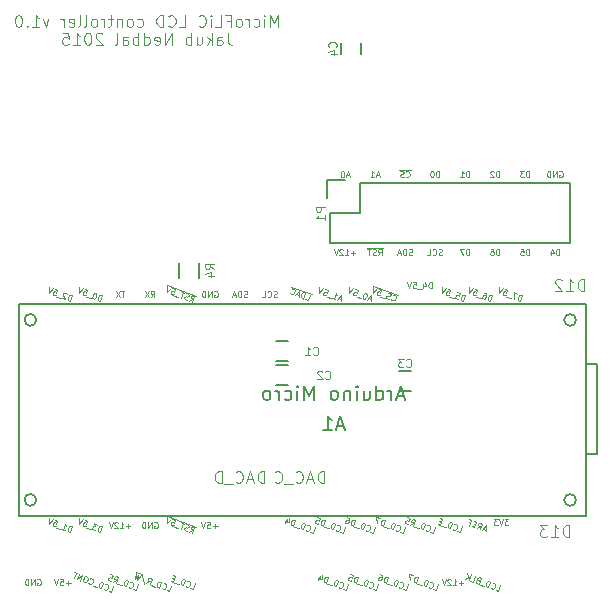
<source format=gbo>
G04 #@! TF.FileFunction,Legend,Bot*
%FSLAX46Y46*%
G04 Gerber Fmt 4.6, Leading zero omitted, Abs format (unit mm)*
G04 Created by KiCad (PCBNEW 4.0.0-2.201512091501+6195~38~ubuntu14.04.1-stable) date Wed 16 Dec 2015 18:22:48 GMT*
%MOMM*%
G01*
G04 APERTURE LIST*
%ADD10C,0.100000*%
%ADD11C,0.120000*%
%ADD12C,0.150000*%
%ADD13C,0.110000*%
G04 APERTURE END LIST*
D10*
X124825046Y-153904190D02*
X124515523Y-153904190D01*
X124682189Y-154094667D01*
X124610761Y-154094667D01*
X124563142Y-154118476D01*
X124539332Y-154142286D01*
X124515523Y-154189905D01*
X124515523Y-154308952D01*
X124539332Y-154356571D01*
X124563142Y-154380381D01*
X124610761Y-154404190D01*
X124753618Y-154404190D01*
X124801237Y-154380381D01*
X124825046Y-154356571D01*
X124372666Y-153904190D02*
X124205999Y-154404190D01*
X124039333Y-153904190D01*
X123920285Y-153904190D02*
X123610762Y-153904190D01*
X123777428Y-154094667D01*
X123706000Y-154094667D01*
X123658381Y-154118476D01*
X123634571Y-154142286D01*
X123610762Y-154189905D01*
X123610762Y-154308952D01*
X123634571Y-154356571D01*
X123658381Y-154380381D01*
X123706000Y-154404190D01*
X123848857Y-154404190D01*
X123896476Y-154380381D01*
X123920285Y-154356571D01*
X87741516Y-135432640D02*
X87912526Y-134962794D01*
X87800659Y-134922078D01*
X87725394Y-134920021D01*
X87664360Y-134948482D01*
X87625700Y-134985086D01*
X87570753Y-135066437D01*
X87546323Y-135133558D01*
X87536123Y-135231196D01*
X87542210Y-135284087D01*
X87570671Y-135345121D01*
X87629649Y-135391924D01*
X87741516Y-135432640D01*
X87448767Y-134844676D02*
X87434537Y-134814158D01*
X87397933Y-134775497D01*
X87286065Y-134734781D01*
X87233174Y-134740868D01*
X87202657Y-134755099D01*
X87163997Y-134791703D01*
X87147710Y-134836450D01*
X87145654Y-134911714D01*
X87316417Y-135277917D01*
X87025561Y-135172054D01*
X86919779Y-135184229D02*
X86561801Y-135053935D01*
X86413494Y-134417191D02*
X86637230Y-134498624D01*
X86578170Y-134730505D01*
X86563940Y-134699987D01*
X86527336Y-134661327D01*
X86415468Y-134620611D01*
X86362578Y-134626697D01*
X86332060Y-134640928D01*
X86293400Y-134677532D01*
X86252684Y-134789399D01*
X86258770Y-134842290D01*
X86273001Y-134872807D01*
X86309605Y-134911467D01*
X86421473Y-134952184D01*
X86474363Y-134946097D01*
X86504881Y-134931867D01*
X86256879Y-134360188D02*
X85929253Y-134773030D01*
X85943649Y-134246181D01*
X90281516Y-135432640D02*
X90452526Y-134962794D01*
X90340659Y-134922078D01*
X90265394Y-134920021D01*
X90204360Y-134948482D01*
X90165700Y-134985086D01*
X90110753Y-135066437D01*
X90086323Y-135133558D01*
X90076123Y-135231196D01*
X90082210Y-135284087D01*
X90110671Y-135345121D01*
X90169649Y-135391924D01*
X90281516Y-135432640D01*
X89893186Y-134759211D02*
X89848438Y-134742924D01*
X89795548Y-134749011D01*
X89765031Y-134763242D01*
X89726370Y-134799846D01*
X89671424Y-134881197D01*
X89630707Y-134993065D01*
X89620507Y-135090702D01*
X89626595Y-135143593D01*
X89640824Y-135174110D01*
X89677428Y-135212770D01*
X89722175Y-135229057D01*
X89775066Y-135222970D01*
X89805583Y-135208740D01*
X89844243Y-135172136D01*
X89899191Y-135090785D01*
X89939907Y-134978917D01*
X89950106Y-134881279D01*
X89944020Y-134828389D01*
X89929789Y-134797871D01*
X89893186Y-134759211D01*
X89459779Y-135184229D02*
X89101801Y-135053935D01*
X88953494Y-134417191D02*
X89177230Y-134498624D01*
X89118170Y-134730505D01*
X89103940Y-134699987D01*
X89067336Y-134661327D01*
X88955468Y-134620611D01*
X88902578Y-134626697D01*
X88872060Y-134640928D01*
X88833400Y-134677532D01*
X88792684Y-134789399D01*
X88798770Y-134842290D01*
X88813001Y-134872807D01*
X88849605Y-134911467D01*
X88961473Y-134952184D01*
X89014363Y-134946097D01*
X89044881Y-134931867D01*
X88796879Y-134360188D02*
X88469253Y-134773030D01*
X88483649Y-134246181D01*
X92328952Y-134600190D02*
X92043238Y-134600190D01*
X92186095Y-135100190D02*
X92186095Y-134600190D01*
X91924190Y-134600190D02*
X91590857Y-135100190D01*
X91590857Y-134600190D02*
X91924190Y-135100190D01*
X94571333Y-135100190D02*
X94738000Y-134862095D01*
X94857047Y-135100190D02*
X94857047Y-134600190D01*
X94666571Y-134600190D01*
X94618952Y-134624000D01*
X94595143Y-134647810D01*
X94571333Y-134695429D01*
X94571333Y-134766857D01*
X94595143Y-134814476D01*
X94618952Y-134838286D01*
X94666571Y-134862095D01*
X94857047Y-134862095D01*
X94404666Y-134600190D02*
X94071333Y-135100190D01*
X94071333Y-134600190D02*
X94404666Y-135100190D01*
X97812022Y-135400067D02*
X98050071Y-135233334D01*
X98080505Y-135497787D02*
X98251515Y-135027941D01*
X98072526Y-134962794D01*
X98019636Y-134968881D01*
X97989119Y-134983112D01*
X97950458Y-135019716D01*
X97926028Y-135086836D01*
X97932116Y-135139727D01*
X97946345Y-135170244D01*
X97982950Y-135208904D01*
X98161938Y-135274051D01*
X97641176Y-135312547D02*
X97565912Y-135310490D01*
X97454044Y-135269774D01*
X97417440Y-135231114D01*
X97403209Y-135200596D01*
X97397123Y-135147706D01*
X97413410Y-135102959D01*
X97452069Y-135066355D01*
X97482587Y-135052125D01*
X97535477Y-135046038D01*
X97633115Y-135056238D01*
X97686006Y-135050150D01*
X97716522Y-135035920D01*
X97755183Y-134999317D01*
X97771469Y-134954569D01*
X97765382Y-134901679D01*
X97751152Y-134871161D01*
X97714549Y-134832501D01*
X97602680Y-134791784D01*
X97527416Y-134789728D01*
X97401318Y-134718494D02*
X97132835Y-134620774D01*
X97096066Y-135139480D02*
X97267076Y-134669634D01*
X96900790Y-135119082D02*
X96542813Y-134988789D01*
X96394505Y-134352044D02*
X96618241Y-134433477D01*
X96559182Y-134665358D01*
X96544951Y-134634840D01*
X96508347Y-134596181D01*
X96396479Y-134555464D01*
X96343589Y-134561551D01*
X96313071Y-134575781D01*
X96274412Y-134612385D01*
X96233695Y-134724253D01*
X96239782Y-134777143D01*
X96254012Y-134807661D01*
X96290616Y-134846321D01*
X96402484Y-134887037D01*
X96455374Y-134880951D01*
X96485892Y-134866720D01*
X96237890Y-134295041D02*
X95910264Y-134707884D01*
X95924660Y-134181034D01*
X98392862Y-134987665D02*
X95909391Y-134083756D01*
X99948953Y-134624000D02*
X99996572Y-134600190D01*
X100068000Y-134600190D01*
X100139429Y-134624000D01*
X100187048Y-134671619D01*
X100210857Y-134719238D01*
X100234667Y-134814476D01*
X100234667Y-134885905D01*
X100210857Y-134981143D01*
X100187048Y-135028762D01*
X100139429Y-135076381D01*
X100068000Y-135100190D01*
X100020381Y-135100190D01*
X99948953Y-135076381D01*
X99925143Y-135052571D01*
X99925143Y-134885905D01*
X100020381Y-134885905D01*
X99710857Y-135100190D02*
X99710857Y-134600190D01*
X99425143Y-135100190D01*
X99425143Y-134600190D01*
X99187047Y-135100190D02*
X99187047Y-134600190D01*
X99068000Y-134600190D01*
X98996571Y-134624000D01*
X98948952Y-134671619D01*
X98925143Y-134719238D01*
X98901333Y-134814476D01*
X98901333Y-134885905D01*
X98925143Y-134981143D01*
X98948952Y-135028762D01*
X98996571Y-135076381D01*
X99068000Y-135100190D01*
X99187047Y-135100190D01*
X102715142Y-135076381D02*
X102643713Y-135100190D01*
X102524666Y-135100190D01*
X102477047Y-135076381D01*
X102453237Y-135052571D01*
X102429428Y-135004952D01*
X102429428Y-134957333D01*
X102453237Y-134909714D01*
X102477047Y-134885905D01*
X102524666Y-134862095D01*
X102619904Y-134838286D01*
X102667523Y-134814476D01*
X102691332Y-134790667D01*
X102715142Y-134743048D01*
X102715142Y-134695429D01*
X102691332Y-134647810D01*
X102667523Y-134624000D01*
X102619904Y-134600190D01*
X102500856Y-134600190D01*
X102429428Y-134624000D01*
X102215142Y-135100190D02*
X102215142Y-134600190D01*
X102096095Y-134600190D01*
X102024666Y-134624000D01*
X101977047Y-134671619D01*
X101953238Y-134719238D01*
X101929428Y-134814476D01*
X101929428Y-134885905D01*
X101953238Y-134981143D01*
X101977047Y-135028762D01*
X102024666Y-135076381D01*
X102096095Y-135100190D01*
X102215142Y-135100190D01*
X101738952Y-134957333D02*
X101500857Y-134957333D01*
X101786571Y-135100190D02*
X101619904Y-134600190D01*
X101453238Y-135100190D01*
X107636418Y-135277917D02*
X107860154Y-135359350D01*
X108031164Y-134889504D01*
X107479802Y-135220914D02*
X107650812Y-134751067D01*
X107538945Y-134710351D01*
X107463680Y-134708295D01*
X107402646Y-134736755D01*
X107363986Y-134773360D01*
X107309039Y-134854710D01*
X107284609Y-134921832D01*
X107274410Y-135019470D01*
X107280496Y-135072360D01*
X107308957Y-135133394D01*
X107367935Y-135180197D01*
X107479802Y-135220914D01*
X107081190Y-134923805D02*
X106857454Y-134842372D01*
X107077077Y-135074334D02*
X107091472Y-134547484D01*
X106763847Y-134960327D01*
X106355034Y-134760857D02*
X106369265Y-134791374D01*
X106428242Y-134838177D01*
X106472989Y-134854464D01*
X106548254Y-134856521D01*
X106609288Y-134828060D01*
X106647948Y-134791456D01*
X106702895Y-134710105D01*
X106727325Y-134642984D01*
X106737524Y-134545346D01*
X106731438Y-134492456D01*
X106702977Y-134431422D01*
X106643999Y-134384617D01*
X106599252Y-134368331D01*
X106523988Y-134366275D01*
X106493471Y-134380506D01*
X108172512Y-134849229D02*
X106449742Y-134222192D01*
X110639190Y-135294327D02*
X110415454Y-135212894D01*
X110635077Y-135444856D02*
X110649472Y-134918006D01*
X110321847Y-135330849D01*
X109919122Y-135184269D02*
X110187605Y-135281989D01*
X110053363Y-135233129D02*
X110224374Y-134763283D01*
X110244691Y-134846691D01*
X110273151Y-134907725D01*
X110309755Y-134946385D01*
X109813340Y-135196444D02*
X109455363Y-135066151D01*
X109307055Y-134429406D02*
X109530791Y-134510839D01*
X109471732Y-134742720D01*
X109457501Y-134712202D01*
X109420897Y-134673542D01*
X109309029Y-134632826D01*
X109256139Y-134638913D01*
X109225621Y-134653143D01*
X109186962Y-134689747D01*
X109146245Y-134801615D01*
X109152332Y-134854505D01*
X109166562Y-134885023D01*
X109203166Y-134923683D01*
X109315034Y-134964399D01*
X109367924Y-134958312D01*
X109398442Y-134944082D01*
X109150440Y-134372403D02*
X108822814Y-134785246D01*
X108837210Y-134258396D01*
X113179190Y-135294327D02*
X112955454Y-135212894D01*
X113175077Y-135444856D02*
X113189472Y-134918006D01*
X112861847Y-135330849D01*
X112786747Y-134771426D02*
X112741999Y-134755139D01*
X112689109Y-134761227D01*
X112658592Y-134775458D01*
X112619931Y-134812061D01*
X112564985Y-134893413D01*
X112524268Y-135005280D01*
X112514068Y-135102918D01*
X112520156Y-135155808D01*
X112534385Y-135186326D01*
X112570989Y-135224985D01*
X112615737Y-135241272D01*
X112668627Y-135235186D01*
X112699145Y-135220955D01*
X112737804Y-135184351D01*
X112792752Y-135103000D01*
X112833468Y-134991132D01*
X112843667Y-134893495D01*
X112837581Y-134840604D01*
X112823350Y-134810087D01*
X112786747Y-134771426D01*
X112353340Y-135196444D02*
X111995363Y-135066151D01*
X111847055Y-134429406D02*
X112070791Y-134510839D01*
X112011732Y-134742720D01*
X111997501Y-134712202D01*
X111960897Y-134673542D01*
X111849029Y-134632826D01*
X111796139Y-134638913D01*
X111765621Y-134653143D01*
X111726962Y-134689747D01*
X111686245Y-134801615D01*
X111692332Y-134854505D01*
X111706562Y-134885023D01*
X111743166Y-134923683D01*
X111855034Y-134964399D01*
X111907924Y-134958312D01*
X111938442Y-134944082D01*
X111690440Y-134372403D02*
X111362814Y-134785246D01*
X111377210Y-134258396D01*
X114921320Y-135290173D02*
X114935550Y-135320691D01*
X114994527Y-135367494D01*
X115039275Y-135383780D01*
X115114539Y-135385837D01*
X115175573Y-135357377D01*
X115214233Y-135320773D01*
X115269180Y-135239422D01*
X115293610Y-135172300D01*
X115303810Y-135074662D01*
X115297723Y-135021772D01*
X115269262Y-134960738D01*
X115210285Y-134913934D01*
X115165537Y-134897647D01*
X115090274Y-134895592D01*
X115059756Y-134909822D01*
X114734187Y-135247401D02*
X114658923Y-135245344D01*
X114547055Y-135204627D01*
X114510451Y-135165967D01*
X114496220Y-135135450D01*
X114490134Y-135082559D01*
X114506421Y-135037812D01*
X114545080Y-135001208D01*
X114575598Y-134986978D01*
X114628488Y-134980891D01*
X114726126Y-134991091D01*
X114779017Y-134985004D01*
X114809533Y-134970774D01*
X114848194Y-134934170D01*
X114864480Y-134889423D01*
X114858393Y-134836532D01*
X114844163Y-134806015D01*
X114807560Y-134767354D01*
X114695691Y-134726637D01*
X114620427Y-134724582D01*
X114351779Y-135184229D02*
X113993801Y-135053935D01*
X113845494Y-134417191D02*
X114069230Y-134498624D01*
X114010170Y-134730505D01*
X113995940Y-134699987D01*
X113959336Y-134661327D01*
X113847468Y-134620611D01*
X113794578Y-134626697D01*
X113764060Y-134640928D01*
X113725400Y-134677532D01*
X113684684Y-134789399D01*
X113690770Y-134842290D01*
X113705001Y-134872807D01*
X113741605Y-134911467D01*
X113853473Y-134952184D01*
X113906363Y-134946097D01*
X113936881Y-134931867D01*
X113688879Y-134360188D02*
X113361253Y-134773030D01*
X113375649Y-134246181D01*
X115485874Y-134922519D02*
X113360380Y-134148902D01*
X118359903Y-134338190D02*
X118359903Y-133838190D01*
X118240856Y-133838190D01*
X118169427Y-133862000D01*
X118121808Y-133909619D01*
X118097999Y-133957238D01*
X118074189Y-134052476D01*
X118074189Y-134123905D01*
X118097999Y-134219143D01*
X118121808Y-134266762D01*
X118169427Y-134314381D01*
X118240856Y-134338190D01*
X118359903Y-134338190D01*
X117645618Y-134004857D02*
X117645618Y-134338190D01*
X117764665Y-133814381D02*
X117883713Y-134171524D01*
X117574189Y-134171524D01*
X117502761Y-134385810D02*
X117121809Y-134385810D01*
X116764666Y-133838190D02*
X117002761Y-133838190D01*
X117026571Y-134076286D01*
X117002761Y-134052476D01*
X116955142Y-134028667D01*
X116836095Y-134028667D01*
X116788476Y-134052476D01*
X116764666Y-134076286D01*
X116740857Y-134123905D01*
X116740857Y-134242952D01*
X116764666Y-134290571D01*
X116788476Y-134314381D01*
X116836095Y-134338190D01*
X116955142Y-134338190D01*
X117002761Y-134314381D01*
X117026571Y-134290571D01*
X116598000Y-133838190D02*
X116431333Y-134338190D01*
X116264667Y-133838190D01*
X121015516Y-135432640D02*
X121186526Y-134962794D01*
X121074659Y-134922078D01*
X120999394Y-134920021D01*
X120938360Y-134948482D01*
X120899700Y-134985086D01*
X120844753Y-135066437D01*
X120820323Y-135133558D01*
X120810123Y-135231196D01*
X120816210Y-135284087D01*
X120844671Y-135345121D01*
X120903649Y-135391924D01*
X121015516Y-135432640D01*
X120492944Y-134710351D02*
X120716680Y-134791784D01*
X120657620Y-135023664D01*
X120643390Y-134993147D01*
X120606786Y-134954487D01*
X120494918Y-134913771D01*
X120442028Y-134919857D01*
X120411510Y-134934088D01*
X120372850Y-134970692D01*
X120332134Y-135082559D01*
X120338220Y-135135450D01*
X120352451Y-135165967D01*
X120389055Y-135204627D01*
X120500923Y-135245344D01*
X120553813Y-135239257D01*
X120584331Y-135225026D01*
X120193779Y-135184229D02*
X119835801Y-135053935D01*
X119687494Y-134417191D02*
X119911230Y-134498624D01*
X119852170Y-134730505D01*
X119837940Y-134699987D01*
X119801336Y-134661327D01*
X119689468Y-134620611D01*
X119636578Y-134626697D01*
X119606060Y-134640928D01*
X119567400Y-134677532D01*
X119526684Y-134789399D01*
X119532770Y-134842290D01*
X119547001Y-134872807D01*
X119583605Y-134911467D01*
X119695473Y-134952184D01*
X119748363Y-134946097D01*
X119778881Y-134931867D01*
X119530879Y-134360188D02*
X119203253Y-134773030D01*
X119217649Y-134246181D01*
X123301516Y-135432640D02*
X123472526Y-134962794D01*
X123360659Y-134922078D01*
X123285394Y-134920021D01*
X123224360Y-134948482D01*
X123185700Y-134985086D01*
X123130753Y-135066437D01*
X123106323Y-135133558D01*
X123096123Y-135231196D01*
X123102210Y-135284087D01*
X123130671Y-135345121D01*
X123189649Y-135391924D01*
X123301516Y-135432640D01*
X122801318Y-134718494D02*
X122890812Y-134751067D01*
X122927416Y-134789728D01*
X122941646Y-134820245D01*
X122961963Y-134903652D01*
X122951764Y-135001290D01*
X122886617Y-135180279D01*
X122847957Y-135216883D01*
X122817440Y-135231114D01*
X122764550Y-135237200D01*
X122675055Y-135204627D01*
X122638451Y-135165967D01*
X122624220Y-135135450D01*
X122618134Y-135082559D01*
X122658850Y-134970692D01*
X122697510Y-134934088D01*
X122728028Y-134919857D01*
X122780918Y-134913771D01*
X122870413Y-134946344D01*
X122907017Y-134985004D01*
X122921246Y-135015521D01*
X122927334Y-135068412D01*
X122479779Y-135184229D02*
X122121801Y-135053935D01*
X121973494Y-134417191D02*
X122197230Y-134498624D01*
X122138170Y-134730505D01*
X122123940Y-134699987D01*
X122087336Y-134661327D01*
X121975468Y-134620611D01*
X121922578Y-134626697D01*
X121892060Y-134640928D01*
X121853400Y-134677532D01*
X121812684Y-134789399D01*
X121818770Y-134842290D01*
X121833001Y-134872807D01*
X121869605Y-134911467D01*
X121981473Y-134952184D01*
X122034363Y-134946097D01*
X122064881Y-134931867D01*
X121816879Y-134360188D02*
X121489253Y-134773030D01*
X121503649Y-134246181D01*
X125841516Y-135432640D02*
X126012526Y-134962794D01*
X125900659Y-134922078D01*
X125825394Y-134920021D01*
X125764360Y-134948482D01*
X125725700Y-134985086D01*
X125670753Y-135066437D01*
X125646323Y-135133558D01*
X125636123Y-135231196D01*
X125642210Y-135284087D01*
X125670671Y-135345121D01*
X125729649Y-135391924D01*
X125841516Y-135432640D01*
X125587427Y-134808071D02*
X125274197Y-134694064D01*
X125304550Y-135237200D01*
X125019779Y-135184229D02*
X124661801Y-135053935D01*
X124513494Y-134417191D02*
X124737230Y-134498624D01*
X124678170Y-134730505D01*
X124663940Y-134699987D01*
X124627336Y-134661327D01*
X124515468Y-134620611D01*
X124462578Y-134626697D01*
X124432060Y-134640928D01*
X124393400Y-134677532D01*
X124352684Y-134789399D01*
X124358770Y-134842290D01*
X124373001Y-134872807D01*
X124409605Y-134911467D01*
X124521473Y-134952184D01*
X124574363Y-134946097D01*
X124604881Y-134931867D01*
X124356879Y-134360188D02*
X124029253Y-134773030D01*
X124043649Y-134246181D01*
X105243238Y-135076381D02*
X105171809Y-135100190D01*
X105052762Y-135100190D01*
X105005143Y-135076381D01*
X104981333Y-135052571D01*
X104957524Y-135004952D01*
X104957524Y-134957333D01*
X104981333Y-134909714D01*
X105005143Y-134885905D01*
X105052762Y-134862095D01*
X105148000Y-134838286D01*
X105195619Y-134814476D01*
X105219428Y-134790667D01*
X105243238Y-134743048D01*
X105243238Y-134695429D01*
X105219428Y-134647810D01*
X105195619Y-134624000D01*
X105148000Y-134600190D01*
X105028952Y-134600190D01*
X104957524Y-134624000D01*
X104457524Y-135052571D02*
X104481334Y-135076381D01*
X104552762Y-135100190D01*
X104600381Y-135100190D01*
X104671810Y-135076381D01*
X104719429Y-135028762D01*
X104743238Y-134981143D01*
X104767048Y-134885905D01*
X104767048Y-134814476D01*
X104743238Y-134719238D01*
X104719429Y-134671619D01*
X104671810Y-134624000D01*
X104600381Y-134600190D01*
X104552762Y-134600190D01*
X104481334Y-134624000D01*
X104457524Y-134647810D01*
X104005143Y-135100190D02*
X104243238Y-135100190D01*
X104243238Y-134600190D01*
X122906201Y-154787181D02*
X122682465Y-154705747D01*
X122902088Y-154937709D02*
X122916483Y-154410859D01*
X122588858Y-154823702D01*
X122163759Y-154668979D02*
X122401808Y-154502246D01*
X122432242Y-154766699D02*
X122603252Y-154296853D01*
X122424263Y-154231706D01*
X122371373Y-154237793D01*
X122340856Y-154252024D01*
X122302195Y-154288628D01*
X122277765Y-154355748D01*
X122283853Y-154408639D01*
X122298082Y-154439156D01*
X122334687Y-154477816D01*
X122513675Y-154542963D01*
X122051972Y-154349580D02*
X121895357Y-154292576D01*
X121738660Y-154514255D02*
X121962396Y-154595689D01*
X122133406Y-154125842D01*
X121909670Y-154044409D01*
X121470258Y-154137853D02*
X121626873Y-154194856D01*
X121537297Y-154440965D02*
X121708307Y-153971119D01*
X121484571Y-153889686D01*
X120526594Y-154905136D02*
X120750330Y-154986569D01*
X120921340Y-154516723D01*
X120117782Y-154705665D02*
X120132012Y-154736183D01*
X120190989Y-154782985D01*
X120235737Y-154799272D01*
X120311001Y-154801329D01*
X120372035Y-154772869D01*
X120410695Y-154736265D01*
X120465642Y-154654914D01*
X120490072Y-154587792D01*
X120500272Y-154490154D01*
X120494185Y-154437264D01*
X120465724Y-154376230D01*
X120406747Y-154329426D01*
X120361999Y-154313139D01*
X120286736Y-154311083D01*
X120256218Y-154325314D01*
X119900132Y-154677122D02*
X120071142Y-154207276D01*
X119959274Y-154166559D01*
X119884010Y-154164503D01*
X119822976Y-154192964D01*
X119784316Y-154229568D01*
X119729369Y-154310919D01*
X119704938Y-154378040D01*
X119694739Y-154475678D01*
X119700826Y-154528568D01*
X119729286Y-154589602D01*
X119788264Y-154636406D01*
X119900132Y-154677122D01*
X119525867Y-154591577D02*
X119167889Y-154461284D01*
X119161884Y-154129709D02*
X119005270Y-154072706D01*
X118848572Y-154294385D02*
X119072308Y-154375819D01*
X119243318Y-153905972D01*
X119019582Y-153824539D01*
X118232704Y-154994712D02*
X118456440Y-155076146D01*
X118627450Y-154606299D01*
X117823892Y-154795242D02*
X117838122Y-154825759D01*
X117897100Y-154872562D01*
X117941847Y-154888849D01*
X118017111Y-154890906D01*
X118078145Y-154862445D01*
X118116805Y-154825841D01*
X118171752Y-154744490D01*
X118196183Y-154677369D01*
X118206382Y-154579731D01*
X118200295Y-154526841D01*
X118171835Y-154465807D01*
X118112857Y-154419003D01*
X118068110Y-154402716D01*
X117992846Y-154400660D01*
X117962328Y-154414891D01*
X117606242Y-154766699D02*
X117777252Y-154296853D01*
X117665385Y-154256136D01*
X117590120Y-154254080D01*
X117529086Y-154282541D01*
X117490426Y-154319145D01*
X117435479Y-154400496D01*
X117411049Y-154467617D01*
X117400849Y-154565255D01*
X117406936Y-154618145D01*
X117435396Y-154679179D01*
X117494375Y-154725982D01*
X117606242Y-154766699D01*
X117231977Y-154681154D02*
X116874000Y-154550860D01*
X116509935Y-154367676D02*
X116747984Y-154200943D01*
X116778418Y-154465396D02*
X116949428Y-153995549D01*
X116770439Y-153930403D01*
X116717549Y-153936490D01*
X116687032Y-153950721D01*
X116648371Y-153987325D01*
X116623941Y-154054445D01*
X116630029Y-154107336D01*
X116644258Y-154137853D01*
X116680862Y-154176513D01*
X116859851Y-154241659D01*
X116339089Y-154280156D02*
X116263825Y-154278099D01*
X116151957Y-154237382D01*
X116115353Y-154198723D01*
X116101122Y-154168205D01*
X116095036Y-154115315D01*
X116111322Y-154070567D01*
X116149982Y-154033963D01*
X116180500Y-154019734D01*
X116233390Y-154013646D01*
X116331028Y-154023846D01*
X116383919Y-154017759D01*
X116414435Y-154003529D01*
X116453096Y-153966925D01*
X116469382Y-153922178D01*
X116463295Y-153869287D01*
X116449065Y-153838770D01*
X116412461Y-153800109D01*
X116300593Y-153759392D01*
X116225329Y-153757337D01*
X115692704Y-154994712D02*
X115916440Y-155076146D01*
X116087450Y-154606299D01*
X115283892Y-154795242D02*
X115298122Y-154825759D01*
X115357100Y-154872562D01*
X115401847Y-154888849D01*
X115477111Y-154890906D01*
X115538145Y-154862445D01*
X115576805Y-154825841D01*
X115631752Y-154744490D01*
X115656183Y-154677369D01*
X115666382Y-154579731D01*
X115660295Y-154526841D01*
X115631835Y-154465807D01*
X115572857Y-154419003D01*
X115528110Y-154402716D01*
X115452846Y-154400660D01*
X115422328Y-154414891D01*
X115066242Y-154766699D02*
X115237252Y-154296853D01*
X115125385Y-154256136D01*
X115050120Y-154254080D01*
X114989086Y-154282541D01*
X114950426Y-154319145D01*
X114895479Y-154400496D01*
X114871049Y-154467617D01*
X114860849Y-154565255D01*
X114866936Y-154618145D01*
X114895396Y-154679179D01*
X114954375Y-154725982D01*
X115066242Y-154766699D01*
X114691977Y-154681154D02*
X114334000Y-154550860D01*
X114238418Y-154465396D02*
X114409428Y-153995549D01*
X114297561Y-153954833D01*
X114222296Y-153952777D01*
X114161262Y-153981237D01*
X114122602Y-154017841D01*
X114067655Y-154099192D01*
X114043225Y-154166314D01*
X114033025Y-154263951D01*
X114039112Y-154316842D01*
X114067572Y-154377876D01*
X114126550Y-154424679D01*
X114238418Y-154465396D01*
X113984329Y-153840826D02*
X113671098Y-153726819D01*
X113701451Y-154269956D01*
X113152704Y-154994712D02*
X113376440Y-155076146D01*
X113547450Y-154606299D01*
X112743892Y-154795242D02*
X112758122Y-154825759D01*
X112817100Y-154872562D01*
X112861847Y-154888849D01*
X112937111Y-154890906D01*
X112998145Y-154862445D01*
X113036805Y-154825841D01*
X113091752Y-154744490D01*
X113116183Y-154677369D01*
X113126382Y-154579731D01*
X113120295Y-154526841D01*
X113091835Y-154465807D01*
X113032857Y-154419003D01*
X112988110Y-154402716D01*
X112912846Y-154400660D01*
X112882328Y-154414891D01*
X112526242Y-154766699D02*
X112697252Y-154296853D01*
X112585385Y-154256136D01*
X112510120Y-154254080D01*
X112449086Y-154282541D01*
X112410426Y-154319145D01*
X112355479Y-154400496D01*
X112331049Y-154467617D01*
X112320849Y-154565255D01*
X112326936Y-154618145D01*
X112355396Y-154679179D01*
X112414375Y-154725982D01*
X112526242Y-154766699D01*
X112151977Y-154681154D02*
X111794000Y-154550860D01*
X111698418Y-154465396D02*
X111869428Y-153995549D01*
X111757561Y-153954833D01*
X111682296Y-153952777D01*
X111621262Y-153981237D01*
X111582602Y-154017841D01*
X111527655Y-154099192D01*
X111503225Y-154166314D01*
X111493025Y-154263951D01*
X111499112Y-154316842D01*
X111527572Y-154377876D01*
X111586550Y-154424679D01*
X111698418Y-154465396D01*
X111198220Y-153751249D02*
X111287714Y-153783823D01*
X111324318Y-153822483D01*
X111338548Y-153853001D01*
X111358865Y-153936408D01*
X111348666Y-154034046D01*
X111283519Y-154213034D01*
X111244858Y-154249638D01*
X111214342Y-154263869D01*
X111161451Y-154269956D01*
X111071957Y-154237382D01*
X111035353Y-154198723D01*
X111021122Y-154168205D01*
X111015036Y-154115315D01*
X111055752Y-154003447D01*
X111094412Y-153966843D01*
X111124930Y-153952612D01*
X111177820Y-153946526D01*
X111267314Y-153979099D01*
X111303919Y-154017759D01*
X111318148Y-154048276D01*
X111324236Y-154101167D01*
X110612704Y-154994712D02*
X110836440Y-155076146D01*
X111007450Y-154606299D01*
X110203892Y-154795242D02*
X110218122Y-154825759D01*
X110277100Y-154872562D01*
X110321847Y-154888849D01*
X110397111Y-154890906D01*
X110458145Y-154862445D01*
X110496805Y-154825841D01*
X110551752Y-154744490D01*
X110576183Y-154677369D01*
X110586382Y-154579731D01*
X110580295Y-154526841D01*
X110551835Y-154465807D01*
X110492857Y-154419003D01*
X110448110Y-154402716D01*
X110372846Y-154400660D01*
X110342328Y-154414891D01*
X109986242Y-154766699D02*
X110157252Y-154296853D01*
X110045385Y-154256136D01*
X109970120Y-154254080D01*
X109909086Y-154282541D01*
X109870426Y-154319145D01*
X109815479Y-154400496D01*
X109791049Y-154467617D01*
X109780849Y-154565255D01*
X109786936Y-154618145D01*
X109815396Y-154679179D01*
X109874375Y-154725982D01*
X109986242Y-154766699D01*
X109611977Y-154681154D02*
X109254000Y-154550860D01*
X109158418Y-154465396D02*
X109329428Y-153995549D01*
X109217561Y-153954833D01*
X109142296Y-153952777D01*
X109081262Y-153981237D01*
X109042602Y-154017841D01*
X108987655Y-154099192D01*
X108963225Y-154166314D01*
X108953025Y-154263951D01*
X108959112Y-154316842D01*
X108987572Y-154377876D01*
X109046550Y-154424679D01*
X109158418Y-154465396D01*
X108635846Y-153743106D02*
X108859582Y-153824539D01*
X108800522Y-154056420D01*
X108786292Y-154025902D01*
X108749688Y-153987242D01*
X108637820Y-153946526D01*
X108584930Y-153952612D01*
X108554412Y-153966843D01*
X108515752Y-154003447D01*
X108475036Y-154115315D01*
X108481122Y-154168205D01*
X108495353Y-154198723D01*
X108531957Y-154237382D01*
X108643825Y-154278099D01*
X108696715Y-154272012D01*
X108727233Y-154257782D01*
X108072704Y-154994712D02*
X108296440Y-155076146D01*
X108467450Y-154606299D01*
X107663892Y-154795242D02*
X107678122Y-154825759D01*
X107737100Y-154872562D01*
X107781847Y-154888849D01*
X107857111Y-154890906D01*
X107918145Y-154862445D01*
X107956805Y-154825841D01*
X108011752Y-154744490D01*
X108036183Y-154677369D01*
X108046382Y-154579731D01*
X108040295Y-154526841D01*
X108011835Y-154465807D01*
X107952857Y-154419003D01*
X107908110Y-154402716D01*
X107832846Y-154400660D01*
X107802328Y-154414891D01*
X107446242Y-154766699D02*
X107617252Y-154296853D01*
X107505385Y-154256136D01*
X107430120Y-154254080D01*
X107369086Y-154282541D01*
X107330426Y-154319145D01*
X107275479Y-154400496D01*
X107251049Y-154467617D01*
X107240849Y-154565255D01*
X107246936Y-154618145D01*
X107275396Y-154679179D01*
X107334375Y-154725982D01*
X107446242Y-154766699D01*
X107071977Y-154681154D02*
X106714000Y-154550860D01*
X106618418Y-154465396D02*
X106789428Y-153995549D01*
X106677561Y-153954833D01*
X106602296Y-153952777D01*
X106541262Y-153981237D01*
X106502602Y-154017841D01*
X106447655Y-154099192D01*
X106423225Y-154166314D01*
X106413025Y-154263951D01*
X106419112Y-154316842D01*
X106447572Y-154377876D01*
X106506550Y-154424679D01*
X106618418Y-154465396D01*
X106061216Y-153907865D02*
X105947210Y-154221096D01*
X106238231Y-153769593D02*
X106227949Y-154145914D01*
X105937092Y-154040051D01*
X100210856Y-154467714D02*
X99829904Y-154467714D01*
X100020380Y-154658190D02*
X100020380Y-154277238D01*
X99353713Y-154158190D02*
X99591808Y-154158190D01*
X99615618Y-154396286D01*
X99591808Y-154372476D01*
X99544189Y-154348667D01*
X99425142Y-154348667D01*
X99377523Y-154372476D01*
X99353713Y-154396286D01*
X99329904Y-154443905D01*
X99329904Y-154562952D01*
X99353713Y-154610571D01*
X99377523Y-154634381D01*
X99425142Y-154658190D01*
X99544189Y-154658190D01*
X99591808Y-154634381D01*
X99615618Y-154610571D01*
X99187047Y-154158190D02*
X99020380Y-154658190D01*
X98853714Y-154158190D01*
X97812022Y-154958067D02*
X98050071Y-154791334D01*
X98080505Y-155055787D02*
X98251515Y-154585941D01*
X98072526Y-154520794D01*
X98019636Y-154526881D01*
X97989119Y-154541112D01*
X97950458Y-154577716D01*
X97926028Y-154644836D01*
X97932116Y-154697727D01*
X97946345Y-154728244D01*
X97982950Y-154766904D01*
X98161938Y-154832051D01*
X97641176Y-154870547D02*
X97565912Y-154868490D01*
X97454044Y-154827774D01*
X97417440Y-154789114D01*
X97403209Y-154758596D01*
X97397123Y-154705706D01*
X97413410Y-154660959D01*
X97452069Y-154624355D01*
X97482587Y-154610125D01*
X97535477Y-154604038D01*
X97633115Y-154614238D01*
X97686006Y-154608150D01*
X97716522Y-154593920D01*
X97755183Y-154557317D01*
X97771469Y-154512569D01*
X97765382Y-154459679D01*
X97751152Y-154429161D01*
X97714549Y-154390501D01*
X97602680Y-154349784D01*
X97527416Y-154347728D01*
X97401318Y-154276494D02*
X97132835Y-154178774D01*
X97096066Y-154697480D02*
X97267076Y-154227634D01*
X96900790Y-154677082D02*
X96542813Y-154546789D01*
X96394505Y-153910044D02*
X96618241Y-153991477D01*
X96559182Y-154223358D01*
X96544951Y-154192840D01*
X96508347Y-154154181D01*
X96396479Y-154113464D01*
X96343589Y-154119551D01*
X96313071Y-154133781D01*
X96274412Y-154170385D01*
X96233695Y-154282253D01*
X96239782Y-154335143D01*
X96254012Y-154365661D01*
X96290616Y-154404321D01*
X96402484Y-154445037D01*
X96455374Y-154438951D01*
X96485892Y-154424720D01*
X96237890Y-153853041D02*
X95910264Y-154265884D01*
X95924660Y-153739034D01*
X98392862Y-154545665D02*
X95909391Y-153641756D01*
X94868953Y-154182000D02*
X94916572Y-154158190D01*
X94988000Y-154158190D01*
X95059429Y-154182000D01*
X95107048Y-154229619D01*
X95130857Y-154277238D01*
X95154667Y-154372476D01*
X95154667Y-154443905D01*
X95130857Y-154539143D01*
X95107048Y-154586762D01*
X95059429Y-154634381D01*
X94988000Y-154658190D01*
X94940381Y-154658190D01*
X94868953Y-154634381D01*
X94845143Y-154610571D01*
X94845143Y-154443905D01*
X94940381Y-154443905D01*
X94630857Y-154658190D02*
X94630857Y-154158190D01*
X94345143Y-154658190D01*
X94345143Y-154158190D01*
X94107047Y-154658190D02*
X94107047Y-154158190D01*
X93988000Y-154158190D01*
X93916571Y-154182000D01*
X93868952Y-154229619D01*
X93845143Y-154277238D01*
X93821333Y-154372476D01*
X93821333Y-154443905D01*
X93845143Y-154539143D01*
X93868952Y-154586762D01*
X93916571Y-154634381D01*
X93988000Y-154658190D01*
X94107047Y-154658190D01*
X92828951Y-154467714D02*
X92447999Y-154467714D01*
X92638475Y-154658190D02*
X92638475Y-154277238D01*
X91947999Y-154658190D02*
X92233713Y-154658190D01*
X92090856Y-154658190D02*
X92090856Y-154158190D01*
X92138475Y-154229619D01*
X92186094Y-154277238D01*
X92233713Y-154301048D01*
X91757523Y-154205810D02*
X91733713Y-154182000D01*
X91686094Y-154158190D01*
X91567047Y-154158190D01*
X91519428Y-154182000D01*
X91495618Y-154205810D01*
X91471809Y-154253429D01*
X91471809Y-154301048D01*
X91495618Y-154372476D01*
X91781332Y-154658190D01*
X91471809Y-154658190D01*
X91328952Y-154158190D02*
X91162285Y-154658190D01*
X90995619Y-154158190D01*
X90281516Y-154990640D02*
X90452526Y-154520794D01*
X90340659Y-154480078D01*
X90265394Y-154478021D01*
X90204360Y-154506482D01*
X90165700Y-154543086D01*
X90110753Y-154624437D01*
X90086323Y-154691558D01*
X90076123Y-154789196D01*
X90082210Y-154842087D01*
X90110671Y-154903121D01*
X90169649Y-154949924D01*
X90281516Y-154990640D01*
X90027427Y-154366071D02*
X89736571Y-154260207D01*
X89828039Y-154496200D01*
X89760918Y-154471771D01*
X89708028Y-154477857D01*
X89677510Y-154492088D01*
X89638850Y-154528692D01*
X89598134Y-154640559D01*
X89604220Y-154693450D01*
X89618451Y-154723967D01*
X89655055Y-154762627D01*
X89789297Y-154811487D01*
X89842187Y-154805401D01*
X89872704Y-154791170D01*
X89459779Y-154742229D02*
X89101801Y-154611935D01*
X88953494Y-153975191D02*
X89177230Y-154056624D01*
X89118170Y-154288505D01*
X89103940Y-154257987D01*
X89067336Y-154219327D01*
X88955468Y-154178611D01*
X88902578Y-154184697D01*
X88872060Y-154198928D01*
X88833400Y-154235532D01*
X88792684Y-154347399D01*
X88798770Y-154400290D01*
X88813001Y-154430807D01*
X88849605Y-154469467D01*
X88961473Y-154510184D01*
X89014363Y-154504097D01*
X89044881Y-154489867D01*
X88796879Y-153918188D02*
X88469253Y-154331030D01*
X88483649Y-153804181D01*
X87741516Y-154990640D02*
X87912526Y-154520794D01*
X87800659Y-154480078D01*
X87725394Y-154478021D01*
X87664360Y-154506482D01*
X87625700Y-154543086D01*
X87570753Y-154624437D01*
X87546323Y-154691558D01*
X87536123Y-154789196D01*
X87542210Y-154842087D01*
X87570671Y-154903121D01*
X87629649Y-154949924D01*
X87741516Y-154990640D01*
X87025561Y-154730054D02*
X87294044Y-154827774D01*
X87159802Y-154778914D02*
X87330812Y-154309067D01*
X87351129Y-154392475D01*
X87379590Y-154453509D01*
X87416194Y-154492170D01*
X86919779Y-154742229D02*
X86561801Y-154611935D01*
X86413494Y-153975191D02*
X86637230Y-154056624D01*
X86578170Y-154288505D01*
X86563940Y-154257987D01*
X86527336Y-154219327D01*
X86415468Y-154178611D01*
X86362578Y-154184697D01*
X86332060Y-154198928D01*
X86293400Y-154235532D01*
X86252684Y-154347399D01*
X86258770Y-154400290D01*
X86273001Y-154430807D01*
X86309605Y-154469467D01*
X86421473Y-154510184D01*
X86474363Y-154504097D01*
X86504881Y-154489867D01*
X86256879Y-153918188D02*
X85929253Y-154331030D01*
X85943649Y-153804181D01*
X111878951Y-131353714D02*
X111497999Y-131353714D01*
X111688475Y-131544190D02*
X111688475Y-131163238D01*
X110997999Y-131544190D02*
X111283713Y-131544190D01*
X111140856Y-131544190D02*
X111140856Y-131044190D01*
X111188475Y-131115619D01*
X111236094Y-131163238D01*
X111283713Y-131187048D01*
X110807523Y-131091810D02*
X110783713Y-131068000D01*
X110736094Y-131044190D01*
X110617047Y-131044190D01*
X110569428Y-131068000D01*
X110545618Y-131091810D01*
X110521809Y-131139429D01*
X110521809Y-131187048D01*
X110545618Y-131258476D01*
X110831332Y-131544190D01*
X110521809Y-131544190D01*
X110378952Y-131044190D02*
X110212285Y-131544190D01*
X110045619Y-131044190D01*
X113811809Y-131544190D02*
X113978476Y-131306095D01*
X114097523Y-131544190D02*
X114097523Y-131044190D01*
X113907047Y-131044190D01*
X113859428Y-131068000D01*
X113835619Y-131091810D01*
X113811809Y-131139429D01*
X113811809Y-131210857D01*
X113835619Y-131258476D01*
X113859428Y-131282286D01*
X113907047Y-131306095D01*
X114097523Y-131306095D01*
X113621333Y-131520381D02*
X113549904Y-131544190D01*
X113430857Y-131544190D01*
X113383238Y-131520381D01*
X113359428Y-131496571D01*
X113335619Y-131448952D01*
X113335619Y-131401333D01*
X113359428Y-131353714D01*
X113383238Y-131329905D01*
X113430857Y-131306095D01*
X113526095Y-131282286D01*
X113573714Y-131258476D01*
X113597523Y-131234667D01*
X113621333Y-131187048D01*
X113621333Y-131139429D01*
X113597523Y-131091810D01*
X113573714Y-131068000D01*
X113526095Y-131044190D01*
X113407047Y-131044190D01*
X113335619Y-131068000D01*
X113192762Y-131044190D02*
X112907048Y-131044190D01*
X113049905Y-131544190D02*
X113049905Y-131044190D01*
X114216571Y-130958000D02*
X112859429Y-130958000D01*
X116685142Y-131520381D02*
X116613713Y-131544190D01*
X116494666Y-131544190D01*
X116447047Y-131520381D01*
X116423237Y-131496571D01*
X116399428Y-131448952D01*
X116399428Y-131401333D01*
X116423237Y-131353714D01*
X116447047Y-131329905D01*
X116494666Y-131306095D01*
X116589904Y-131282286D01*
X116637523Y-131258476D01*
X116661332Y-131234667D01*
X116685142Y-131187048D01*
X116685142Y-131139429D01*
X116661332Y-131091810D01*
X116637523Y-131068000D01*
X116589904Y-131044190D01*
X116470856Y-131044190D01*
X116399428Y-131068000D01*
X116185142Y-131544190D02*
X116185142Y-131044190D01*
X116066095Y-131044190D01*
X115994666Y-131068000D01*
X115947047Y-131115619D01*
X115923238Y-131163238D01*
X115899428Y-131258476D01*
X115899428Y-131329905D01*
X115923238Y-131425143D01*
X115947047Y-131472762D01*
X115994666Y-131520381D01*
X116066095Y-131544190D01*
X116185142Y-131544190D01*
X115708952Y-131401333D02*
X115470857Y-131401333D01*
X115756571Y-131544190D02*
X115589904Y-131044190D01*
X115423238Y-131544190D01*
X119213238Y-131520381D02*
X119141809Y-131544190D01*
X119022762Y-131544190D01*
X118975143Y-131520381D01*
X118951333Y-131496571D01*
X118927524Y-131448952D01*
X118927524Y-131401333D01*
X118951333Y-131353714D01*
X118975143Y-131329905D01*
X119022762Y-131306095D01*
X119118000Y-131282286D01*
X119165619Y-131258476D01*
X119189428Y-131234667D01*
X119213238Y-131187048D01*
X119213238Y-131139429D01*
X119189428Y-131091810D01*
X119165619Y-131068000D01*
X119118000Y-131044190D01*
X118998952Y-131044190D01*
X118927524Y-131068000D01*
X118427524Y-131496571D02*
X118451334Y-131520381D01*
X118522762Y-131544190D01*
X118570381Y-131544190D01*
X118641810Y-131520381D01*
X118689429Y-131472762D01*
X118713238Y-131425143D01*
X118737048Y-131329905D01*
X118737048Y-131258476D01*
X118713238Y-131163238D01*
X118689429Y-131115619D01*
X118641810Y-131068000D01*
X118570381Y-131044190D01*
X118522762Y-131044190D01*
X118451334Y-131068000D01*
X118427524Y-131091810D01*
X117975143Y-131544190D02*
X118213238Y-131544190D01*
X118213238Y-131044190D01*
X121527047Y-131544190D02*
X121527047Y-131044190D01*
X121408000Y-131044190D01*
X121336571Y-131068000D01*
X121288952Y-131115619D01*
X121265143Y-131163238D01*
X121241333Y-131258476D01*
X121241333Y-131329905D01*
X121265143Y-131425143D01*
X121288952Y-131472762D01*
X121336571Y-131520381D01*
X121408000Y-131544190D01*
X121527047Y-131544190D01*
X121074666Y-131044190D02*
X120741333Y-131044190D01*
X120955619Y-131544190D01*
X124067047Y-131544190D02*
X124067047Y-131044190D01*
X123948000Y-131044190D01*
X123876571Y-131068000D01*
X123828952Y-131115619D01*
X123805143Y-131163238D01*
X123781333Y-131258476D01*
X123781333Y-131329905D01*
X123805143Y-131425143D01*
X123828952Y-131472762D01*
X123876571Y-131520381D01*
X123948000Y-131544190D01*
X124067047Y-131544190D01*
X123352762Y-131044190D02*
X123448000Y-131044190D01*
X123495619Y-131068000D01*
X123519428Y-131091810D01*
X123567047Y-131163238D01*
X123590857Y-131258476D01*
X123590857Y-131448952D01*
X123567047Y-131496571D01*
X123543238Y-131520381D01*
X123495619Y-131544190D01*
X123400381Y-131544190D01*
X123352762Y-131520381D01*
X123328952Y-131496571D01*
X123305143Y-131448952D01*
X123305143Y-131329905D01*
X123328952Y-131282286D01*
X123352762Y-131258476D01*
X123400381Y-131234667D01*
X123495619Y-131234667D01*
X123543238Y-131258476D01*
X123567047Y-131282286D01*
X123590857Y-131329905D01*
X126607047Y-131544190D02*
X126607047Y-131044190D01*
X126488000Y-131044190D01*
X126416571Y-131068000D01*
X126368952Y-131115619D01*
X126345143Y-131163238D01*
X126321333Y-131258476D01*
X126321333Y-131329905D01*
X126345143Y-131425143D01*
X126368952Y-131472762D01*
X126416571Y-131520381D01*
X126488000Y-131544190D01*
X126607047Y-131544190D01*
X125868952Y-131044190D02*
X126107047Y-131044190D01*
X126130857Y-131282286D01*
X126107047Y-131258476D01*
X126059428Y-131234667D01*
X125940381Y-131234667D01*
X125892762Y-131258476D01*
X125868952Y-131282286D01*
X125845143Y-131329905D01*
X125845143Y-131448952D01*
X125868952Y-131496571D01*
X125892762Y-131520381D01*
X125940381Y-131544190D01*
X126059428Y-131544190D01*
X126107047Y-131520381D01*
X126130857Y-131496571D01*
X129147047Y-131544190D02*
X129147047Y-131044190D01*
X129028000Y-131044190D01*
X128956571Y-131068000D01*
X128908952Y-131115619D01*
X128885143Y-131163238D01*
X128861333Y-131258476D01*
X128861333Y-131329905D01*
X128885143Y-131425143D01*
X128908952Y-131472762D01*
X128956571Y-131520381D01*
X129028000Y-131544190D01*
X129147047Y-131544190D01*
X128432762Y-131210857D02*
X128432762Y-131544190D01*
X128551809Y-131020381D02*
X128670857Y-131377524D01*
X128361333Y-131377524D01*
X129158953Y-124464000D02*
X129206572Y-124440190D01*
X129278000Y-124440190D01*
X129349429Y-124464000D01*
X129397048Y-124511619D01*
X129420857Y-124559238D01*
X129444667Y-124654476D01*
X129444667Y-124725905D01*
X129420857Y-124821143D01*
X129397048Y-124868762D01*
X129349429Y-124916381D01*
X129278000Y-124940190D01*
X129230381Y-124940190D01*
X129158953Y-124916381D01*
X129135143Y-124892571D01*
X129135143Y-124725905D01*
X129230381Y-124725905D01*
X128920857Y-124940190D02*
X128920857Y-124440190D01*
X128635143Y-124940190D01*
X128635143Y-124440190D01*
X128397047Y-124940190D02*
X128397047Y-124440190D01*
X128278000Y-124440190D01*
X128206571Y-124464000D01*
X128158952Y-124511619D01*
X128135143Y-124559238D01*
X128111333Y-124654476D01*
X128111333Y-124725905D01*
X128135143Y-124821143D01*
X128158952Y-124868762D01*
X128206571Y-124916381D01*
X128278000Y-124940190D01*
X128397047Y-124940190D01*
X126607047Y-124940190D02*
X126607047Y-124440190D01*
X126488000Y-124440190D01*
X126416571Y-124464000D01*
X126368952Y-124511619D01*
X126345143Y-124559238D01*
X126321333Y-124654476D01*
X126321333Y-124725905D01*
X126345143Y-124821143D01*
X126368952Y-124868762D01*
X126416571Y-124916381D01*
X126488000Y-124940190D01*
X126607047Y-124940190D01*
X126154666Y-124440190D02*
X125845143Y-124440190D01*
X126011809Y-124630667D01*
X125940381Y-124630667D01*
X125892762Y-124654476D01*
X125868952Y-124678286D01*
X125845143Y-124725905D01*
X125845143Y-124844952D01*
X125868952Y-124892571D01*
X125892762Y-124916381D01*
X125940381Y-124940190D01*
X126083238Y-124940190D01*
X126130857Y-124916381D01*
X126154666Y-124892571D01*
X124067047Y-124940190D02*
X124067047Y-124440190D01*
X123948000Y-124440190D01*
X123876571Y-124464000D01*
X123828952Y-124511619D01*
X123805143Y-124559238D01*
X123781333Y-124654476D01*
X123781333Y-124725905D01*
X123805143Y-124821143D01*
X123828952Y-124868762D01*
X123876571Y-124916381D01*
X123948000Y-124940190D01*
X124067047Y-124940190D01*
X123590857Y-124487810D02*
X123567047Y-124464000D01*
X123519428Y-124440190D01*
X123400381Y-124440190D01*
X123352762Y-124464000D01*
X123328952Y-124487810D01*
X123305143Y-124535429D01*
X123305143Y-124583048D01*
X123328952Y-124654476D01*
X123614666Y-124940190D01*
X123305143Y-124940190D01*
X121527047Y-124940190D02*
X121527047Y-124440190D01*
X121408000Y-124440190D01*
X121336571Y-124464000D01*
X121288952Y-124511619D01*
X121265143Y-124559238D01*
X121241333Y-124654476D01*
X121241333Y-124725905D01*
X121265143Y-124821143D01*
X121288952Y-124868762D01*
X121336571Y-124916381D01*
X121408000Y-124940190D01*
X121527047Y-124940190D01*
X120765143Y-124940190D02*
X121050857Y-124940190D01*
X120908000Y-124940190D02*
X120908000Y-124440190D01*
X120955619Y-124511619D01*
X121003238Y-124559238D01*
X121050857Y-124583048D01*
X118987047Y-124940190D02*
X118987047Y-124440190D01*
X118868000Y-124440190D01*
X118796571Y-124464000D01*
X118748952Y-124511619D01*
X118725143Y-124559238D01*
X118701333Y-124654476D01*
X118701333Y-124725905D01*
X118725143Y-124821143D01*
X118748952Y-124868762D01*
X118796571Y-124916381D01*
X118868000Y-124940190D01*
X118987047Y-124940190D01*
X118391809Y-124440190D02*
X118344190Y-124440190D01*
X118296571Y-124464000D01*
X118272762Y-124487810D01*
X118248952Y-124535429D01*
X118225143Y-124630667D01*
X118225143Y-124749714D01*
X118248952Y-124844952D01*
X118272762Y-124892571D01*
X118296571Y-124916381D01*
X118344190Y-124940190D01*
X118391809Y-124940190D01*
X118439428Y-124916381D01*
X118463238Y-124892571D01*
X118487047Y-124844952D01*
X118510857Y-124749714D01*
X118510857Y-124630667D01*
X118487047Y-124535429D01*
X118463238Y-124487810D01*
X118439428Y-124464000D01*
X118391809Y-124440190D01*
X116161333Y-124892571D02*
X116185143Y-124916381D01*
X116256571Y-124940190D01*
X116304190Y-124940190D01*
X116375619Y-124916381D01*
X116423238Y-124868762D01*
X116447047Y-124821143D01*
X116470857Y-124725905D01*
X116470857Y-124654476D01*
X116447047Y-124559238D01*
X116423238Y-124511619D01*
X116375619Y-124464000D01*
X116304190Y-124440190D01*
X116256571Y-124440190D01*
X116185143Y-124464000D01*
X116161333Y-124487810D01*
X115970857Y-124916381D02*
X115899428Y-124940190D01*
X115780381Y-124940190D01*
X115732762Y-124916381D01*
X115708952Y-124892571D01*
X115685143Y-124844952D01*
X115685143Y-124797333D01*
X115708952Y-124749714D01*
X115732762Y-124725905D01*
X115780381Y-124702095D01*
X115875619Y-124678286D01*
X115923238Y-124654476D01*
X115947047Y-124630667D01*
X115970857Y-124583048D01*
X115970857Y-124535429D01*
X115947047Y-124487810D01*
X115923238Y-124464000D01*
X115875619Y-124440190D01*
X115756571Y-124440190D01*
X115685143Y-124464000D01*
X116566095Y-124354000D02*
X115589905Y-124354000D01*
X113895142Y-124797333D02*
X113657047Y-124797333D01*
X113942761Y-124940190D02*
X113776094Y-124440190D01*
X113609428Y-124940190D01*
X113180857Y-124940190D02*
X113466571Y-124940190D01*
X113323714Y-124940190D02*
X113323714Y-124440190D01*
X113371333Y-124511619D01*
X113418952Y-124559238D01*
X113466571Y-124583048D01*
X111355142Y-124797333D02*
X111117047Y-124797333D01*
X111402761Y-124940190D02*
X111236094Y-124440190D01*
X111069428Y-124940190D01*
X110807523Y-124440190D02*
X110759904Y-124440190D01*
X110712285Y-124464000D01*
X110688476Y-124487810D01*
X110664666Y-124535429D01*
X110640857Y-124630667D01*
X110640857Y-124749714D01*
X110664666Y-124844952D01*
X110688476Y-124892571D01*
X110712285Y-124916381D01*
X110759904Y-124940190D01*
X110807523Y-124940190D01*
X110855142Y-124916381D01*
X110878952Y-124892571D01*
X110902761Y-124844952D01*
X110926571Y-124749714D01*
X110926571Y-124630667D01*
X110902761Y-124535429D01*
X110878952Y-124487810D01*
X110855142Y-124464000D01*
X110807523Y-124440190D01*
X84962953Y-159008000D02*
X85010572Y-158984190D01*
X85082000Y-158984190D01*
X85153429Y-159008000D01*
X85201048Y-159055619D01*
X85224857Y-159103238D01*
X85248667Y-159198476D01*
X85248667Y-159269905D01*
X85224857Y-159365143D01*
X85201048Y-159412762D01*
X85153429Y-159460381D01*
X85082000Y-159484190D01*
X85034381Y-159484190D01*
X84962953Y-159460381D01*
X84939143Y-159436571D01*
X84939143Y-159269905D01*
X85034381Y-159269905D01*
X84724857Y-159484190D02*
X84724857Y-158984190D01*
X84439143Y-159484190D01*
X84439143Y-158984190D01*
X84201047Y-159484190D02*
X84201047Y-158984190D01*
X84082000Y-158984190D01*
X84010571Y-159008000D01*
X83962952Y-159055619D01*
X83939143Y-159103238D01*
X83915333Y-159198476D01*
X83915333Y-159269905D01*
X83939143Y-159365143D01*
X83962952Y-159412762D01*
X84010571Y-159460381D01*
X84082000Y-159484190D01*
X84201047Y-159484190D01*
X87764856Y-159293714D02*
X87383904Y-159293714D01*
X87574380Y-159484190D02*
X87574380Y-159103238D01*
X86907713Y-158984190D02*
X87145808Y-158984190D01*
X87169618Y-159222286D01*
X87145808Y-159198476D01*
X87098189Y-159174667D01*
X86979142Y-159174667D01*
X86931523Y-159198476D01*
X86907713Y-159222286D01*
X86883904Y-159269905D01*
X86883904Y-159388952D01*
X86907713Y-159436571D01*
X86931523Y-159460381D01*
X86979142Y-159484190D01*
X87098189Y-159484190D01*
X87145808Y-159460381D01*
X87169618Y-159436571D01*
X86741047Y-158984190D02*
X86574380Y-159484190D01*
X86407714Y-158984190D01*
X90994177Y-159983579D02*
X91217914Y-160065013D01*
X91388924Y-159595166D01*
X90585365Y-159784109D02*
X90599596Y-159814626D01*
X90658573Y-159861429D01*
X90703320Y-159877716D01*
X90778584Y-159879773D01*
X90839618Y-159851312D01*
X90878278Y-159814708D01*
X90933226Y-159733357D01*
X90957656Y-159666236D01*
X90967855Y-159568598D01*
X90961768Y-159515708D01*
X90933308Y-159454674D01*
X90874330Y-159407870D01*
X90829583Y-159391583D01*
X90754319Y-159389527D01*
X90723801Y-159403758D01*
X90367715Y-159755566D02*
X90538725Y-159285719D01*
X90426858Y-159245003D01*
X90351593Y-159242947D01*
X90290559Y-159271407D01*
X90251899Y-159308012D01*
X90196952Y-159389362D01*
X90172522Y-159456484D01*
X90162323Y-159554122D01*
X90168409Y-159607012D01*
X90196870Y-159668046D01*
X90255848Y-159714849D01*
X90367715Y-159755566D01*
X89993451Y-159670021D02*
X89635473Y-159539727D01*
X89287695Y-159311795D02*
X89301925Y-159342313D01*
X89360902Y-159389116D01*
X89405650Y-159405402D01*
X89480914Y-159407459D01*
X89541948Y-159378999D01*
X89580608Y-159342395D01*
X89635555Y-159261044D01*
X89659985Y-159193923D01*
X89670184Y-159096285D01*
X89664098Y-159043394D01*
X89635637Y-158982360D01*
X89576660Y-158935556D01*
X89531912Y-158919269D01*
X89456649Y-158917214D01*
X89426131Y-158931444D01*
X89151561Y-158780833D02*
X89062066Y-158748259D01*
X89009175Y-158754347D01*
X88948142Y-158782807D01*
X88893195Y-158864159D01*
X88836192Y-159020774D01*
X88825991Y-159118412D01*
X88854452Y-159179446D01*
X88891056Y-159218106D01*
X88980550Y-159250679D01*
X89033441Y-159244593D01*
X89094475Y-159216132D01*
X89149422Y-159134781D01*
X89206426Y-158978165D01*
X89216625Y-158880527D01*
X89188164Y-158819493D01*
X89151561Y-158780833D01*
X88577825Y-159104099D02*
X88748835Y-158634252D01*
X88309341Y-159006379D01*
X88480351Y-158536533D01*
X88323736Y-158479529D02*
X88055252Y-158381809D01*
X88018484Y-158900515D02*
X88189494Y-158430669D01*
X93086704Y-159820712D02*
X93310440Y-159902146D01*
X93481450Y-159432299D01*
X92677892Y-159621242D02*
X92692122Y-159651759D01*
X92751100Y-159698562D01*
X92795847Y-159714849D01*
X92871111Y-159716906D01*
X92932145Y-159688445D01*
X92970805Y-159651841D01*
X93025752Y-159570490D01*
X93050183Y-159503369D01*
X93060382Y-159405731D01*
X93054295Y-159352841D01*
X93025835Y-159291807D01*
X92966857Y-159245003D01*
X92922110Y-159228716D01*
X92846846Y-159226660D01*
X92816328Y-159240891D01*
X92460242Y-159592699D02*
X92631252Y-159122853D01*
X92519385Y-159082136D01*
X92444120Y-159080080D01*
X92383086Y-159108541D01*
X92344426Y-159145145D01*
X92289479Y-159226496D01*
X92265049Y-159293617D01*
X92254849Y-159391255D01*
X92260936Y-159444145D01*
X92289396Y-159505179D01*
X92348375Y-159551982D01*
X92460242Y-159592699D01*
X92085977Y-159507154D02*
X91728000Y-159376860D01*
X91363935Y-159193676D02*
X91601984Y-159026943D01*
X91632418Y-159291396D02*
X91803428Y-158821549D01*
X91624439Y-158756403D01*
X91571549Y-158762490D01*
X91541032Y-158776721D01*
X91502371Y-158813325D01*
X91477941Y-158880445D01*
X91484029Y-158933336D01*
X91498258Y-158963853D01*
X91534862Y-159002513D01*
X91713851Y-159067659D01*
X91193089Y-159106156D02*
X91117825Y-159104099D01*
X91005957Y-159063382D01*
X90969353Y-159024723D01*
X90955122Y-158994205D01*
X90949036Y-158941315D01*
X90965322Y-158896567D01*
X91003982Y-158859963D01*
X91034500Y-158845734D01*
X91087390Y-158839646D01*
X91185028Y-158849846D01*
X91237919Y-158843759D01*
X91268435Y-158829529D01*
X91307096Y-158792925D01*
X91323382Y-158748178D01*
X91317295Y-158695287D01*
X91303065Y-158664770D01*
X91266461Y-158626109D01*
X91154593Y-158585392D01*
X91079329Y-158583337D01*
X95917562Y-159926576D02*
X96141298Y-160008009D01*
X96312308Y-159538163D01*
X95508749Y-159727105D02*
X95522980Y-159757623D01*
X95581957Y-159804426D01*
X95626704Y-159820712D01*
X95701969Y-159822769D01*
X95763003Y-159794309D01*
X95801662Y-159757705D01*
X95856610Y-159676354D01*
X95881040Y-159609233D01*
X95891239Y-159511595D01*
X95885153Y-159458704D01*
X95856692Y-159397670D01*
X95797714Y-159350866D01*
X95752967Y-159334579D01*
X95677703Y-159332524D01*
X95647186Y-159346754D01*
X95291100Y-159698562D02*
X95462110Y-159228716D01*
X95350242Y-159187999D01*
X95274977Y-159185943D01*
X95213943Y-159214404D01*
X95175284Y-159251008D01*
X95120336Y-159332359D01*
X95095906Y-159399480D01*
X95085707Y-159497118D01*
X95091793Y-159550009D01*
X95120254Y-159611043D01*
X95179232Y-159657846D01*
X95291100Y-159698562D01*
X94916835Y-159613017D02*
X94558857Y-159482724D01*
X94194792Y-159299539D02*
X94432841Y-159132806D01*
X94463275Y-159397259D02*
X94634286Y-158927413D01*
X94455297Y-158862266D01*
X94402406Y-158868353D01*
X94371889Y-158882584D01*
X94333229Y-158919188D01*
X94308799Y-158986308D01*
X94314886Y-159039199D01*
X94329116Y-159069716D01*
X94365720Y-159108376D01*
X94544709Y-159173523D01*
X93836979Y-158611880D02*
X94019834Y-159362548D01*
X93716966Y-158593536D02*
X93434088Y-159022665D01*
X93466744Y-158654488D01*
X93255100Y-158957519D01*
X93314241Y-158446956D01*
X93813566Y-158536974D02*
X93276598Y-158341533D01*
X97920594Y-159731136D02*
X98144330Y-159812569D01*
X98315340Y-159342723D01*
X97511782Y-159531665D02*
X97526012Y-159562183D01*
X97584989Y-159608985D01*
X97629737Y-159625272D01*
X97705001Y-159627329D01*
X97766035Y-159598869D01*
X97804695Y-159562265D01*
X97859642Y-159480914D01*
X97884072Y-159413792D01*
X97894272Y-159316154D01*
X97888185Y-159263264D01*
X97859724Y-159202230D01*
X97800747Y-159155426D01*
X97755999Y-159139139D01*
X97680736Y-159137083D01*
X97650218Y-159151314D01*
X97294132Y-159503122D02*
X97465142Y-159033276D01*
X97353274Y-158992559D01*
X97278010Y-158990503D01*
X97216976Y-159018964D01*
X97178316Y-159055568D01*
X97123369Y-159136919D01*
X97098938Y-159204040D01*
X97088739Y-159301678D01*
X97094826Y-159354568D01*
X97123286Y-159415602D01*
X97182264Y-159462406D01*
X97294132Y-159503122D01*
X96919867Y-159417577D02*
X96561889Y-159287284D01*
X96555884Y-158955709D02*
X96399270Y-158898706D01*
X96242572Y-159120385D02*
X96466308Y-159201819D01*
X96637318Y-158731972D01*
X96413582Y-158650539D01*
X110866704Y-159820712D02*
X111090440Y-159902146D01*
X111261450Y-159432299D01*
X110457892Y-159621242D02*
X110472122Y-159651759D01*
X110531100Y-159698562D01*
X110575847Y-159714849D01*
X110651111Y-159716906D01*
X110712145Y-159688445D01*
X110750805Y-159651841D01*
X110805752Y-159570490D01*
X110830183Y-159503369D01*
X110840382Y-159405731D01*
X110834295Y-159352841D01*
X110805835Y-159291807D01*
X110746857Y-159245003D01*
X110702110Y-159228716D01*
X110626846Y-159226660D01*
X110596328Y-159240891D01*
X110240242Y-159592699D02*
X110411252Y-159122853D01*
X110299385Y-159082136D01*
X110224120Y-159080080D01*
X110163086Y-159108541D01*
X110124426Y-159145145D01*
X110069479Y-159226496D01*
X110045049Y-159293617D01*
X110034849Y-159391255D01*
X110040936Y-159444145D01*
X110069396Y-159505179D01*
X110128375Y-159551982D01*
X110240242Y-159592699D01*
X109865977Y-159507154D02*
X109508000Y-159376860D01*
X109412418Y-159291396D02*
X109583428Y-158821549D01*
X109471561Y-158780833D01*
X109396296Y-158778777D01*
X109335262Y-158807237D01*
X109296602Y-158843841D01*
X109241655Y-158925192D01*
X109217225Y-158992314D01*
X109207025Y-159089951D01*
X109213112Y-159142842D01*
X109241572Y-159203876D01*
X109300550Y-159250679D01*
X109412418Y-159291396D01*
X108855216Y-158733865D02*
X108741210Y-159047096D01*
X109032231Y-158595593D02*
X109021949Y-158971914D01*
X108731092Y-158866051D01*
X113406704Y-159820712D02*
X113630440Y-159902146D01*
X113801450Y-159432299D01*
X112997892Y-159621242D02*
X113012122Y-159651759D01*
X113071100Y-159698562D01*
X113115847Y-159714849D01*
X113191111Y-159716906D01*
X113252145Y-159688445D01*
X113290805Y-159651841D01*
X113345752Y-159570490D01*
X113370183Y-159503369D01*
X113380382Y-159405731D01*
X113374295Y-159352841D01*
X113345835Y-159291807D01*
X113286857Y-159245003D01*
X113242110Y-159228716D01*
X113166846Y-159226660D01*
X113136328Y-159240891D01*
X112780242Y-159592699D02*
X112951252Y-159122853D01*
X112839385Y-159082136D01*
X112764120Y-159080080D01*
X112703086Y-159108541D01*
X112664426Y-159145145D01*
X112609479Y-159226496D01*
X112585049Y-159293617D01*
X112574849Y-159391255D01*
X112580936Y-159444145D01*
X112609396Y-159505179D01*
X112668375Y-159551982D01*
X112780242Y-159592699D01*
X112405977Y-159507154D02*
X112048000Y-159376860D01*
X111952418Y-159291396D02*
X112123428Y-158821549D01*
X112011561Y-158780833D01*
X111936296Y-158778777D01*
X111875262Y-158807237D01*
X111836602Y-158843841D01*
X111781655Y-158925192D01*
X111757225Y-158992314D01*
X111747025Y-159089951D01*
X111753112Y-159142842D01*
X111781572Y-159203876D01*
X111840550Y-159250679D01*
X111952418Y-159291396D01*
X111429846Y-158569106D02*
X111653582Y-158650539D01*
X111594522Y-158882420D01*
X111580292Y-158851902D01*
X111543688Y-158813242D01*
X111431820Y-158772526D01*
X111378930Y-158778612D01*
X111348412Y-158792843D01*
X111309752Y-158829447D01*
X111269036Y-158941315D01*
X111275122Y-158994205D01*
X111289353Y-159024723D01*
X111325957Y-159063382D01*
X111437825Y-159104099D01*
X111490715Y-159098012D01*
X111521233Y-159083782D01*
X115946704Y-159820712D02*
X116170440Y-159902146D01*
X116341450Y-159432299D01*
X115537892Y-159621242D02*
X115552122Y-159651759D01*
X115611100Y-159698562D01*
X115655847Y-159714849D01*
X115731111Y-159716906D01*
X115792145Y-159688445D01*
X115830805Y-159651841D01*
X115885752Y-159570490D01*
X115910183Y-159503369D01*
X115920382Y-159405731D01*
X115914295Y-159352841D01*
X115885835Y-159291807D01*
X115826857Y-159245003D01*
X115782110Y-159228716D01*
X115706846Y-159226660D01*
X115676328Y-159240891D01*
X115320242Y-159592699D02*
X115491252Y-159122853D01*
X115379385Y-159082136D01*
X115304120Y-159080080D01*
X115243086Y-159108541D01*
X115204426Y-159145145D01*
X115149479Y-159226496D01*
X115125049Y-159293617D01*
X115114849Y-159391255D01*
X115120936Y-159444145D01*
X115149396Y-159505179D01*
X115208375Y-159551982D01*
X115320242Y-159592699D01*
X114945977Y-159507154D02*
X114588000Y-159376860D01*
X114492418Y-159291396D02*
X114663428Y-158821549D01*
X114551561Y-158780833D01*
X114476296Y-158778777D01*
X114415262Y-158807237D01*
X114376602Y-158843841D01*
X114321655Y-158925192D01*
X114297225Y-158992314D01*
X114287025Y-159089951D01*
X114293112Y-159142842D01*
X114321572Y-159203876D01*
X114380550Y-159250679D01*
X114492418Y-159291396D01*
X113992220Y-158577249D02*
X114081714Y-158609823D01*
X114118318Y-158648483D01*
X114132548Y-158679001D01*
X114152865Y-158762408D01*
X114142666Y-158860046D01*
X114077519Y-159039034D01*
X114038858Y-159075638D01*
X114008342Y-159089869D01*
X113955451Y-159095956D01*
X113865957Y-159063382D01*
X113829353Y-159024723D01*
X113815122Y-158994205D01*
X113809036Y-158941315D01*
X113849752Y-158829447D01*
X113888412Y-158792843D01*
X113918930Y-158778612D01*
X113971820Y-158772526D01*
X114061314Y-158805099D01*
X114097919Y-158843759D01*
X114112148Y-158874276D01*
X114118236Y-158927167D01*
X118486704Y-159820712D02*
X118710440Y-159902146D01*
X118881450Y-159432299D01*
X118077892Y-159621242D02*
X118092122Y-159651759D01*
X118151100Y-159698562D01*
X118195847Y-159714849D01*
X118271111Y-159716906D01*
X118332145Y-159688445D01*
X118370805Y-159651841D01*
X118425752Y-159570490D01*
X118450183Y-159503369D01*
X118460382Y-159405731D01*
X118454295Y-159352841D01*
X118425835Y-159291807D01*
X118366857Y-159245003D01*
X118322110Y-159228716D01*
X118246846Y-159226660D01*
X118216328Y-159240891D01*
X117860242Y-159592699D02*
X118031252Y-159122853D01*
X117919385Y-159082136D01*
X117844120Y-159080080D01*
X117783086Y-159108541D01*
X117744426Y-159145145D01*
X117689479Y-159226496D01*
X117665049Y-159293617D01*
X117654849Y-159391255D01*
X117660936Y-159444145D01*
X117689396Y-159505179D01*
X117748375Y-159551982D01*
X117860242Y-159592699D01*
X117485977Y-159507154D02*
X117128000Y-159376860D01*
X117032418Y-159291396D02*
X117203428Y-158821549D01*
X117091561Y-158780833D01*
X117016296Y-158778777D01*
X116955262Y-158807237D01*
X116916602Y-158843841D01*
X116861655Y-158925192D01*
X116837225Y-158992314D01*
X116827025Y-159089951D01*
X116833112Y-159142842D01*
X116861572Y-159203876D01*
X116920550Y-159250679D01*
X117032418Y-159291396D01*
X116778329Y-158666826D02*
X116465098Y-158552819D01*
X116495451Y-159095956D01*
X121022951Y-159293714D02*
X120641999Y-159293714D01*
X120832475Y-159484190D02*
X120832475Y-159103238D01*
X120141999Y-159484190D02*
X120427713Y-159484190D01*
X120284856Y-159484190D02*
X120284856Y-158984190D01*
X120332475Y-159055619D01*
X120380094Y-159103238D01*
X120427713Y-159127048D01*
X119951523Y-159031810D02*
X119927713Y-159008000D01*
X119880094Y-158984190D01*
X119761047Y-158984190D01*
X119713428Y-159008000D01*
X119689618Y-159031810D01*
X119665809Y-159079429D01*
X119665809Y-159127048D01*
X119689618Y-159198476D01*
X119975332Y-159484190D01*
X119665809Y-159484190D01*
X119522952Y-158984190D02*
X119356285Y-159484190D01*
X119189619Y-158984190D01*
X123768067Y-159894003D02*
X123991803Y-159975436D01*
X124162813Y-159505589D01*
X123359255Y-159694532D02*
X123373485Y-159725049D01*
X123432463Y-159771852D01*
X123477210Y-159788139D01*
X123552474Y-159790196D01*
X123613508Y-159761736D01*
X123652168Y-159725131D01*
X123707115Y-159643780D01*
X123731545Y-159576659D01*
X123741745Y-159479021D01*
X123735658Y-159426131D01*
X123707198Y-159365097D01*
X123648220Y-159318293D01*
X123603473Y-159302006D01*
X123528209Y-159299950D01*
X123497691Y-159314181D01*
X123141605Y-159665989D02*
X123312615Y-159196143D01*
X123200748Y-159155426D01*
X123125483Y-159153370D01*
X123064449Y-159181831D01*
X123025789Y-159218435D01*
X122970842Y-159299786D01*
X122946412Y-159366907D01*
X122936212Y-159464545D01*
X122942299Y-159517435D01*
X122970759Y-159578469D01*
X123029738Y-159625272D01*
X123141605Y-159665989D01*
X122767340Y-159580444D02*
X122409363Y-159450151D01*
X122246743Y-159061573D02*
X122171478Y-159059516D01*
X122140962Y-159073747D01*
X122102301Y-159110351D01*
X122077871Y-159177471D01*
X122083958Y-159230362D01*
X122098188Y-159260879D01*
X122134792Y-159299539D01*
X122313781Y-159364686D01*
X122484791Y-158894839D01*
X122328176Y-158837836D01*
X122275286Y-158843924D01*
X122244768Y-158858154D01*
X122206108Y-158894758D01*
X122189822Y-158939505D01*
X122195908Y-158992396D01*
X122210139Y-159022913D01*
X122246743Y-159061573D01*
X122403357Y-159118576D01*
X121620199Y-159112242D02*
X121843935Y-159193676D01*
X122014945Y-158723829D01*
X121463583Y-159055239D02*
X121634593Y-158585392D01*
X121195100Y-158957519D02*
X121494182Y-158762326D01*
X121366110Y-158487673D02*
X121536873Y-158853877D01*
D11*
X105329240Y-112214381D02*
X105329240Y-111214381D01*
X104995906Y-111928667D01*
X104662573Y-111214381D01*
X104662573Y-112214381D01*
X104186383Y-112214381D02*
X104186383Y-111547714D01*
X104186383Y-111214381D02*
X104234002Y-111262000D01*
X104186383Y-111309619D01*
X104138764Y-111262000D01*
X104186383Y-111214381D01*
X104186383Y-111309619D01*
X103281621Y-112166762D02*
X103376859Y-112214381D01*
X103567336Y-112214381D01*
X103662574Y-112166762D01*
X103710193Y-112119143D01*
X103757812Y-112023905D01*
X103757812Y-111738190D01*
X103710193Y-111642952D01*
X103662574Y-111595333D01*
X103567336Y-111547714D01*
X103376859Y-111547714D01*
X103281621Y-111595333D01*
X102853050Y-112214381D02*
X102853050Y-111547714D01*
X102853050Y-111738190D02*
X102805431Y-111642952D01*
X102757812Y-111595333D01*
X102662574Y-111547714D01*
X102567335Y-111547714D01*
X102091145Y-112214381D02*
X102186383Y-112166762D01*
X102234002Y-112119143D01*
X102281621Y-112023905D01*
X102281621Y-111738190D01*
X102234002Y-111642952D01*
X102186383Y-111595333D01*
X102091145Y-111547714D01*
X101948287Y-111547714D01*
X101853049Y-111595333D01*
X101805430Y-111642952D01*
X101757811Y-111738190D01*
X101757811Y-112023905D01*
X101805430Y-112119143D01*
X101853049Y-112166762D01*
X101948287Y-112214381D01*
X102091145Y-112214381D01*
X100995906Y-111690571D02*
X101329240Y-111690571D01*
X101329240Y-112214381D02*
X101329240Y-111214381D01*
X100853049Y-111214381D01*
X99995906Y-112214381D02*
X100472097Y-112214381D01*
X100472097Y-111214381D01*
X99662573Y-112214381D02*
X99662573Y-111547714D01*
X99662573Y-111214381D02*
X99710192Y-111262000D01*
X99662573Y-111309619D01*
X99614954Y-111262000D01*
X99662573Y-111214381D01*
X99662573Y-111309619D01*
X98614954Y-112119143D02*
X98662573Y-112166762D01*
X98805430Y-112214381D01*
X98900668Y-112214381D01*
X99043526Y-112166762D01*
X99138764Y-112071524D01*
X99186383Y-111976286D01*
X99234002Y-111785810D01*
X99234002Y-111642952D01*
X99186383Y-111452476D01*
X99138764Y-111357238D01*
X99043526Y-111262000D01*
X98900668Y-111214381D01*
X98805430Y-111214381D01*
X98662573Y-111262000D01*
X98614954Y-111309619D01*
X96948287Y-112214381D02*
X97424478Y-112214381D01*
X97424478Y-111214381D01*
X96043525Y-112119143D02*
X96091144Y-112166762D01*
X96234001Y-112214381D01*
X96329239Y-112214381D01*
X96472097Y-112166762D01*
X96567335Y-112071524D01*
X96614954Y-111976286D01*
X96662573Y-111785810D01*
X96662573Y-111642952D01*
X96614954Y-111452476D01*
X96567335Y-111357238D01*
X96472097Y-111262000D01*
X96329239Y-111214381D01*
X96234001Y-111214381D01*
X96091144Y-111262000D01*
X96043525Y-111309619D01*
X95614954Y-112214381D02*
X95614954Y-111214381D01*
X95376859Y-111214381D01*
X95234001Y-111262000D01*
X95138763Y-111357238D01*
X95091144Y-111452476D01*
X95043525Y-111642952D01*
X95043525Y-111785810D01*
X95091144Y-111976286D01*
X95138763Y-112071524D01*
X95234001Y-112166762D01*
X95376859Y-112214381D01*
X95614954Y-112214381D01*
X93424477Y-112166762D02*
X93519715Y-112214381D01*
X93710192Y-112214381D01*
X93805430Y-112166762D01*
X93853049Y-112119143D01*
X93900668Y-112023905D01*
X93900668Y-111738190D01*
X93853049Y-111642952D01*
X93805430Y-111595333D01*
X93710192Y-111547714D01*
X93519715Y-111547714D01*
X93424477Y-111595333D01*
X92853049Y-112214381D02*
X92948287Y-112166762D01*
X92995906Y-112119143D01*
X93043525Y-112023905D01*
X93043525Y-111738190D01*
X92995906Y-111642952D01*
X92948287Y-111595333D01*
X92853049Y-111547714D01*
X92710191Y-111547714D01*
X92614953Y-111595333D01*
X92567334Y-111642952D01*
X92519715Y-111738190D01*
X92519715Y-112023905D01*
X92567334Y-112119143D01*
X92614953Y-112166762D01*
X92710191Y-112214381D01*
X92853049Y-112214381D01*
X92091144Y-111547714D02*
X92091144Y-112214381D01*
X92091144Y-111642952D02*
X92043525Y-111595333D01*
X91948287Y-111547714D01*
X91805429Y-111547714D01*
X91710191Y-111595333D01*
X91662572Y-111690571D01*
X91662572Y-112214381D01*
X91329239Y-111547714D02*
X90948287Y-111547714D01*
X91186382Y-111214381D02*
X91186382Y-112071524D01*
X91138763Y-112166762D01*
X91043525Y-112214381D01*
X90948287Y-112214381D01*
X90614953Y-112214381D02*
X90614953Y-111547714D01*
X90614953Y-111738190D02*
X90567334Y-111642952D01*
X90519715Y-111595333D01*
X90424477Y-111547714D01*
X90329238Y-111547714D01*
X89853048Y-112214381D02*
X89948286Y-112166762D01*
X89995905Y-112119143D01*
X90043524Y-112023905D01*
X90043524Y-111738190D01*
X89995905Y-111642952D01*
X89948286Y-111595333D01*
X89853048Y-111547714D01*
X89710190Y-111547714D01*
X89614952Y-111595333D01*
X89567333Y-111642952D01*
X89519714Y-111738190D01*
X89519714Y-112023905D01*
X89567333Y-112119143D01*
X89614952Y-112166762D01*
X89710190Y-112214381D01*
X89853048Y-112214381D01*
X88948286Y-112214381D02*
X89043524Y-112166762D01*
X89091143Y-112071524D01*
X89091143Y-111214381D01*
X88424476Y-112214381D02*
X88519714Y-112166762D01*
X88567333Y-112071524D01*
X88567333Y-111214381D01*
X87662570Y-112166762D02*
X87757808Y-112214381D01*
X87948285Y-112214381D01*
X88043523Y-112166762D01*
X88091142Y-112071524D01*
X88091142Y-111690571D01*
X88043523Y-111595333D01*
X87948285Y-111547714D01*
X87757808Y-111547714D01*
X87662570Y-111595333D01*
X87614951Y-111690571D01*
X87614951Y-111785810D01*
X88091142Y-111881048D01*
X87186380Y-112214381D02*
X87186380Y-111547714D01*
X87186380Y-111738190D02*
X87138761Y-111642952D01*
X87091142Y-111595333D01*
X86995904Y-111547714D01*
X86900665Y-111547714D01*
X85900665Y-111547714D02*
X85662570Y-112214381D01*
X85424474Y-111547714D01*
X84519712Y-112214381D02*
X85091141Y-112214381D01*
X84805427Y-112214381D02*
X84805427Y-111214381D01*
X84900665Y-111357238D01*
X84995903Y-111452476D01*
X85091141Y-111500095D01*
X84091141Y-112119143D02*
X84043522Y-112166762D01*
X84091141Y-112214381D01*
X84138760Y-112166762D01*
X84091141Y-112119143D01*
X84091141Y-112214381D01*
X83424475Y-111214381D02*
X83329236Y-111214381D01*
X83233998Y-111262000D01*
X83186379Y-111309619D01*
X83138760Y-111404857D01*
X83091141Y-111595333D01*
X83091141Y-111833429D01*
X83138760Y-112023905D01*
X83186379Y-112119143D01*
X83233998Y-112166762D01*
X83329236Y-112214381D01*
X83424475Y-112214381D01*
X83519713Y-112166762D01*
X83567332Y-112119143D01*
X83614951Y-112023905D01*
X83662570Y-111833429D01*
X83662570Y-111595333D01*
X83614951Y-111404857D01*
X83567332Y-111309619D01*
X83519713Y-111262000D01*
X83424475Y-111214381D01*
X101091143Y-112734381D02*
X101091143Y-113448667D01*
X101138763Y-113591524D01*
X101234001Y-113686762D01*
X101376858Y-113734381D01*
X101472096Y-113734381D01*
X100186381Y-113734381D02*
X100186381Y-113210571D01*
X100234000Y-113115333D01*
X100329238Y-113067714D01*
X100519715Y-113067714D01*
X100614953Y-113115333D01*
X100186381Y-113686762D02*
X100281619Y-113734381D01*
X100519715Y-113734381D01*
X100614953Y-113686762D01*
X100662572Y-113591524D01*
X100662572Y-113496286D01*
X100614953Y-113401048D01*
X100519715Y-113353429D01*
X100281619Y-113353429D01*
X100186381Y-113305810D01*
X99710191Y-113734381D02*
X99710191Y-112734381D01*
X99614953Y-113353429D02*
X99329238Y-113734381D01*
X99329238Y-113067714D02*
X99710191Y-113448667D01*
X98472095Y-113067714D02*
X98472095Y-113734381D01*
X98900667Y-113067714D02*
X98900667Y-113591524D01*
X98853048Y-113686762D01*
X98757810Y-113734381D01*
X98614952Y-113734381D01*
X98519714Y-113686762D01*
X98472095Y-113639143D01*
X97995905Y-113734381D02*
X97995905Y-112734381D01*
X97995905Y-113115333D02*
X97900667Y-113067714D01*
X97710190Y-113067714D01*
X97614952Y-113115333D01*
X97567333Y-113162952D01*
X97519714Y-113258190D01*
X97519714Y-113543905D01*
X97567333Y-113639143D01*
X97614952Y-113686762D01*
X97710190Y-113734381D01*
X97900667Y-113734381D01*
X97995905Y-113686762D01*
X96329238Y-113734381D02*
X96329238Y-112734381D01*
X95757809Y-113734381D01*
X95757809Y-112734381D01*
X94900666Y-113686762D02*
X94995904Y-113734381D01*
X95186381Y-113734381D01*
X95281619Y-113686762D01*
X95329238Y-113591524D01*
X95329238Y-113210571D01*
X95281619Y-113115333D01*
X95186381Y-113067714D01*
X94995904Y-113067714D01*
X94900666Y-113115333D01*
X94853047Y-113210571D01*
X94853047Y-113305810D01*
X95329238Y-113401048D01*
X93995904Y-113734381D02*
X93995904Y-112734381D01*
X93995904Y-113686762D02*
X94091142Y-113734381D01*
X94281619Y-113734381D01*
X94376857Y-113686762D01*
X94424476Y-113639143D01*
X94472095Y-113543905D01*
X94472095Y-113258190D01*
X94424476Y-113162952D01*
X94376857Y-113115333D01*
X94281619Y-113067714D01*
X94091142Y-113067714D01*
X93995904Y-113115333D01*
X93519714Y-113734381D02*
X93519714Y-112734381D01*
X93519714Y-113115333D02*
X93424476Y-113067714D01*
X93233999Y-113067714D01*
X93138761Y-113115333D01*
X93091142Y-113162952D01*
X93043523Y-113258190D01*
X93043523Y-113543905D01*
X93091142Y-113639143D01*
X93138761Y-113686762D01*
X93233999Y-113734381D01*
X93424476Y-113734381D01*
X93519714Y-113686762D01*
X92186380Y-113734381D02*
X92186380Y-113210571D01*
X92233999Y-113115333D01*
X92329237Y-113067714D01*
X92519714Y-113067714D01*
X92614952Y-113115333D01*
X92186380Y-113686762D02*
X92281618Y-113734381D01*
X92519714Y-113734381D01*
X92614952Y-113686762D01*
X92662571Y-113591524D01*
X92662571Y-113496286D01*
X92614952Y-113401048D01*
X92519714Y-113353429D01*
X92281618Y-113353429D01*
X92186380Y-113305810D01*
X91567333Y-113734381D02*
X91662571Y-113686762D01*
X91710190Y-113591524D01*
X91710190Y-112734381D01*
X90472094Y-112829619D02*
X90424475Y-112782000D01*
X90329237Y-112734381D01*
X90091141Y-112734381D01*
X89995903Y-112782000D01*
X89948284Y-112829619D01*
X89900665Y-112924857D01*
X89900665Y-113020095D01*
X89948284Y-113162952D01*
X90519713Y-113734381D01*
X89900665Y-113734381D01*
X89281618Y-112734381D02*
X89186379Y-112734381D01*
X89091141Y-112782000D01*
X89043522Y-112829619D01*
X88995903Y-112924857D01*
X88948284Y-113115333D01*
X88948284Y-113353429D01*
X88995903Y-113543905D01*
X89043522Y-113639143D01*
X89091141Y-113686762D01*
X89186379Y-113734381D01*
X89281618Y-113734381D01*
X89376856Y-113686762D01*
X89424475Y-113639143D01*
X89472094Y-113543905D01*
X89519713Y-113353429D01*
X89519713Y-113115333D01*
X89472094Y-112924857D01*
X89424475Y-112829619D01*
X89376856Y-112782000D01*
X89281618Y-112734381D01*
X87995903Y-113734381D02*
X88567332Y-113734381D01*
X88281618Y-113734381D02*
X88281618Y-112734381D01*
X88376856Y-112877238D01*
X88472094Y-112972476D01*
X88567332Y-113020095D01*
X87091141Y-112734381D02*
X87567332Y-112734381D01*
X87614951Y-113210571D01*
X87567332Y-113162952D01*
X87472094Y-113115333D01*
X87233998Y-113115333D01*
X87138760Y-113162952D01*
X87091141Y-113210571D01*
X87043522Y-113305810D01*
X87043522Y-113543905D01*
X87091141Y-113639143D01*
X87138760Y-113686762D01*
X87233998Y-113734381D01*
X87472094Y-113734381D01*
X87567332Y-113686762D01*
X87614951Y-113639143D01*
X109259429Y-150820381D02*
X109259429Y-149820381D01*
X109021334Y-149820381D01*
X108878476Y-149868000D01*
X108783238Y-149963238D01*
X108735619Y-150058476D01*
X108688000Y-150248952D01*
X108688000Y-150391810D01*
X108735619Y-150582286D01*
X108783238Y-150677524D01*
X108878476Y-150772762D01*
X109021334Y-150820381D01*
X109259429Y-150820381D01*
X108307048Y-150534667D02*
X107830857Y-150534667D01*
X108402286Y-150820381D02*
X108068953Y-149820381D01*
X107735619Y-150820381D01*
X106830857Y-150725143D02*
X106878476Y-150772762D01*
X107021333Y-150820381D01*
X107116571Y-150820381D01*
X107259429Y-150772762D01*
X107354667Y-150677524D01*
X107402286Y-150582286D01*
X107449905Y-150391810D01*
X107449905Y-150248952D01*
X107402286Y-150058476D01*
X107354667Y-149963238D01*
X107259429Y-149868000D01*
X107116571Y-149820381D01*
X107021333Y-149820381D01*
X106878476Y-149868000D01*
X106830857Y-149915619D01*
X106640381Y-150915619D02*
X105878476Y-150915619D01*
X105068952Y-150725143D02*
X105116571Y-150772762D01*
X105259428Y-150820381D01*
X105354666Y-150820381D01*
X105497524Y-150772762D01*
X105592762Y-150677524D01*
X105640381Y-150582286D01*
X105688000Y-150391810D01*
X105688000Y-150248952D01*
X105640381Y-150058476D01*
X105592762Y-149963238D01*
X105497524Y-149868000D01*
X105354666Y-149820381D01*
X105259428Y-149820381D01*
X105116571Y-149868000D01*
X105068952Y-149915619D01*
X104179429Y-150820381D02*
X104179429Y-149820381D01*
X103941334Y-149820381D01*
X103798476Y-149868000D01*
X103703238Y-149963238D01*
X103655619Y-150058476D01*
X103608000Y-150248952D01*
X103608000Y-150391810D01*
X103655619Y-150582286D01*
X103703238Y-150677524D01*
X103798476Y-150772762D01*
X103941334Y-150820381D01*
X104179429Y-150820381D01*
X103227048Y-150534667D02*
X102750857Y-150534667D01*
X103322286Y-150820381D02*
X102988953Y-149820381D01*
X102655619Y-150820381D01*
X101750857Y-150725143D02*
X101798476Y-150772762D01*
X101941333Y-150820381D01*
X102036571Y-150820381D01*
X102179429Y-150772762D01*
X102274667Y-150677524D01*
X102322286Y-150582286D01*
X102369905Y-150391810D01*
X102369905Y-150248952D01*
X102322286Y-150058476D01*
X102274667Y-149963238D01*
X102179429Y-149868000D01*
X102036571Y-149820381D01*
X101941333Y-149820381D01*
X101798476Y-149868000D01*
X101750857Y-149915619D01*
X101560381Y-150915619D02*
X100798476Y-150915619D01*
X100560381Y-150820381D02*
X100560381Y-149820381D01*
X100322286Y-149820381D01*
X100179428Y-149868000D01*
X100084190Y-149963238D01*
X100036571Y-150058476D01*
X99988952Y-150248952D01*
X99988952Y-150391810D01*
X100036571Y-150582286D01*
X100084190Y-150677524D01*
X100179428Y-150772762D01*
X100322286Y-150820381D01*
X100560381Y-150820381D01*
X129992286Y-155392381D02*
X129992286Y-154392381D01*
X129754191Y-154392381D01*
X129611333Y-154440000D01*
X129516095Y-154535238D01*
X129468476Y-154630476D01*
X129420857Y-154820952D01*
X129420857Y-154963810D01*
X129468476Y-155154286D01*
X129516095Y-155249524D01*
X129611333Y-155344762D01*
X129754191Y-155392381D01*
X129992286Y-155392381D01*
X128468476Y-155392381D02*
X129039905Y-155392381D01*
X128754191Y-155392381D02*
X128754191Y-154392381D01*
X128849429Y-154535238D01*
X128944667Y-154630476D01*
X129039905Y-154678095D01*
X128135143Y-154392381D02*
X127516095Y-154392381D01*
X127849429Y-154773333D01*
X127706571Y-154773333D01*
X127611333Y-154820952D01*
X127563714Y-154868571D01*
X127516095Y-154963810D01*
X127516095Y-155201905D01*
X127563714Y-155297143D01*
X127611333Y-155344762D01*
X127706571Y-155392381D01*
X127992286Y-155392381D01*
X128087524Y-155344762D01*
X128135143Y-155297143D01*
X131262286Y-134564381D02*
X131262286Y-133564381D01*
X131024191Y-133564381D01*
X130881333Y-133612000D01*
X130786095Y-133707238D01*
X130738476Y-133802476D01*
X130690857Y-133992952D01*
X130690857Y-134135810D01*
X130738476Y-134326286D01*
X130786095Y-134421524D01*
X130881333Y-134516762D01*
X131024191Y-134564381D01*
X131262286Y-134564381D01*
X129738476Y-134564381D02*
X130309905Y-134564381D01*
X130024191Y-134564381D02*
X130024191Y-133564381D01*
X130119429Y-133707238D01*
X130214667Y-133802476D01*
X130309905Y-133850095D01*
X129357524Y-133659619D02*
X129309905Y-133612000D01*
X129214667Y-133564381D01*
X128976571Y-133564381D01*
X128881333Y-133612000D01*
X128833714Y-133659619D01*
X128786095Y-133754857D01*
X128786095Y-133850095D01*
X128833714Y-133992952D01*
X129405143Y-134564381D01*
X128786095Y-134564381D01*
D12*
X132368000Y-140734000D02*
X131368000Y-140734000D01*
X132368000Y-148354000D02*
X132368000Y-140734000D01*
X131368000Y-148354000D02*
X132368000Y-148354000D01*
X84868000Y-137034000D02*
G75*
G03X84868000Y-137034000I-500000J0D01*
G01*
X84868000Y-152274000D02*
G75*
G03X84868000Y-152274000I-500000J0D01*
G01*
X130568000Y-137034000D02*
G75*
G03X130568000Y-137034000I-500000J0D01*
G01*
X130568000Y-152274000D02*
G75*
G03X130568000Y-152274000I-500000J0D01*
G01*
X83368000Y-153654000D02*
X131368000Y-153654000D01*
X131368000Y-153654000D02*
X131368000Y-135654000D01*
X131368000Y-135654000D02*
X83368000Y-135654000D01*
X83368000Y-135654000D02*
X83368000Y-153654000D01*
X106180000Y-140550000D02*
X105180000Y-140550000D01*
X105180000Y-138850000D02*
X106180000Y-138850000D01*
X106180000Y-142582000D02*
X105180000Y-142582000D01*
X105180000Y-140882000D02*
X106180000Y-140882000D01*
X115578000Y-141390000D02*
X116578000Y-141390000D01*
X116578000Y-143090000D02*
X115578000Y-143090000D01*
X130048000Y-130556000D02*
X109728000Y-130556000D01*
X112268000Y-125476000D02*
X130048000Y-125476000D01*
X130048000Y-130556000D02*
X130048000Y-125476000D01*
X109728000Y-130556000D02*
X109728000Y-128016000D01*
X109448000Y-126746000D02*
X109448000Y-125196000D01*
X109728000Y-128016000D02*
X112268000Y-128016000D01*
X112268000Y-128016000D02*
X112268000Y-125476000D01*
X109448000Y-125196000D02*
X110998000Y-125196000D01*
X110656000Y-114546000D02*
X110656000Y-113546000D01*
X112356000Y-113546000D02*
X112356000Y-114546000D01*
X96915000Y-132242000D02*
X96915000Y-133442000D01*
X98665000Y-133442000D02*
X98665000Y-132242000D01*
X110895143Y-146014000D02*
X110323714Y-146014000D01*
X111009428Y-146356857D02*
X110609428Y-145156857D01*
X110209428Y-146356857D01*
X109180857Y-146356857D02*
X109866572Y-146356857D01*
X109523714Y-146356857D02*
X109523714Y-145156857D01*
X109638000Y-145328286D01*
X109752286Y-145442571D01*
X109866572Y-145499714D01*
X116009428Y-143474000D02*
X115437999Y-143474000D01*
X116123713Y-143816857D02*
X115723713Y-142616857D01*
X115323713Y-143816857D01*
X114923714Y-143816857D02*
X114923714Y-143016857D01*
X114923714Y-143245429D02*
X114866571Y-143131143D01*
X114809428Y-143074000D01*
X114695142Y-143016857D01*
X114580857Y-143016857D01*
X113666571Y-143816857D02*
X113666571Y-142616857D01*
X113666571Y-143759714D02*
X113780857Y-143816857D01*
X114009428Y-143816857D01*
X114123714Y-143759714D01*
X114180857Y-143702571D01*
X114238000Y-143588286D01*
X114238000Y-143245429D01*
X114180857Y-143131143D01*
X114123714Y-143074000D01*
X114009428Y-143016857D01*
X113780857Y-143016857D01*
X113666571Y-143074000D01*
X112580857Y-143016857D02*
X112580857Y-143816857D01*
X113095143Y-143016857D02*
X113095143Y-143645429D01*
X113038000Y-143759714D01*
X112923714Y-143816857D01*
X112752286Y-143816857D01*
X112638000Y-143759714D01*
X112580857Y-143702571D01*
X112009429Y-143816857D02*
X112009429Y-143016857D01*
X112009429Y-142616857D02*
X112066572Y-142674000D01*
X112009429Y-142731143D01*
X111952286Y-142674000D01*
X112009429Y-142616857D01*
X112009429Y-142731143D01*
X111438000Y-143016857D02*
X111438000Y-143816857D01*
X111438000Y-143131143D02*
X111380857Y-143074000D01*
X111266571Y-143016857D01*
X111095143Y-143016857D01*
X110980857Y-143074000D01*
X110923714Y-143188286D01*
X110923714Y-143816857D01*
X110180857Y-143816857D02*
X110295143Y-143759714D01*
X110352286Y-143702571D01*
X110409429Y-143588286D01*
X110409429Y-143245429D01*
X110352286Y-143131143D01*
X110295143Y-143074000D01*
X110180857Y-143016857D01*
X110009429Y-143016857D01*
X109895143Y-143074000D01*
X109838000Y-143131143D01*
X109780857Y-143245429D01*
X109780857Y-143588286D01*
X109838000Y-143702571D01*
X109895143Y-143759714D01*
X110009429Y-143816857D01*
X110180857Y-143816857D01*
X108352286Y-143816857D02*
X108352286Y-142616857D01*
X107952286Y-143474000D01*
X107552286Y-142616857D01*
X107552286Y-143816857D01*
X106980857Y-143816857D02*
X106980857Y-143016857D01*
X106980857Y-142616857D02*
X107038000Y-142674000D01*
X106980857Y-142731143D01*
X106923714Y-142674000D01*
X106980857Y-142616857D01*
X106980857Y-142731143D01*
X105895142Y-143759714D02*
X106009428Y-143816857D01*
X106237999Y-143816857D01*
X106352285Y-143759714D01*
X106409428Y-143702571D01*
X106466571Y-143588286D01*
X106466571Y-143245429D01*
X106409428Y-143131143D01*
X106352285Y-143074000D01*
X106237999Y-143016857D01*
X106009428Y-143016857D01*
X105895142Y-143074000D01*
X105380857Y-143816857D02*
X105380857Y-143016857D01*
X105380857Y-143245429D02*
X105323714Y-143131143D01*
X105266571Y-143074000D01*
X105152285Y-143016857D01*
X105038000Y-143016857D01*
X104466571Y-143816857D02*
X104580857Y-143759714D01*
X104638000Y-143702571D01*
X104695143Y-143588286D01*
X104695143Y-143245429D01*
X104638000Y-143131143D01*
X104580857Y-143074000D01*
X104466571Y-143016857D01*
X104295143Y-143016857D01*
X104180857Y-143074000D01*
X104123714Y-143131143D01*
X104066571Y-143245429D01*
X104066571Y-143588286D01*
X104123714Y-143702571D01*
X104180857Y-143759714D01*
X104295143Y-143816857D01*
X104466571Y-143816857D01*
D13*
X108320666Y-139950000D02*
X108354000Y-139983333D01*
X108454000Y-140016667D01*
X108520666Y-140016667D01*
X108620666Y-139983333D01*
X108687333Y-139916667D01*
X108720666Y-139850000D01*
X108754000Y-139716667D01*
X108754000Y-139616667D01*
X108720666Y-139483333D01*
X108687333Y-139416667D01*
X108620666Y-139350000D01*
X108520666Y-139316667D01*
X108454000Y-139316667D01*
X108354000Y-139350000D01*
X108320666Y-139383333D01*
X107654000Y-140016667D02*
X108054000Y-140016667D01*
X107854000Y-140016667D02*
X107854000Y-139316667D01*
X107920666Y-139416667D01*
X107987333Y-139483333D01*
X108054000Y-139516667D01*
X109336666Y-141982000D02*
X109370000Y-142015333D01*
X109470000Y-142048667D01*
X109536666Y-142048667D01*
X109636666Y-142015333D01*
X109703333Y-141948667D01*
X109736666Y-141882000D01*
X109770000Y-141748667D01*
X109770000Y-141648667D01*
X109736666Y-141515333D01*
X109703333Y-141448667D01*
X109636666Y-141382000D01*
X109536666Y-141348667D01*
X109470000Y-141348667D01*
X109370000Y-141382000D01*
X109336666Y-141415333D01*
X109070000Y-141415333D02*
X109036666Y-141382000D01*
X108970000Y-141348667D01*
X108803333Y-141348667D01*
X108736666Y-141382000D01*
X108703333Y-141415333D01*
X108670000Y-141482000D01*
X108670000Y-141548667D01*
X108703333Y-141648667D01*
X109103333Y-142048667D01*
X108670000Y-142048667D01*
X116194666Y-140966000D02*
X116228000Y-140999333D01*
X116328000Y-141032667D01*
X116394666Y-141032667D01*
X116494666Y-140999333D01*
X116561333Y-140932667D01*
X116594666Y-140866000D01*
X116628000Y-140732667D01*
X116628000Y-140632667D01*
X116594666Y-140499333D01*
X116561333Y-140432667D01*
X116494666Y-140366000D01*
X116394666Y-140332667D01*
X116328000Y-140332667D01*
X116228000Y-140366000D01*
X116194666Y-140399333D01*
X115961333Y-140332667D02*
X115528000Y-140332667D01*
X115761333Y-140599333D01*
X115661333Y-140599333D01*
X115594666Y-140632667D01*
X115561333Y-140666000D01*
X115528000Y-140732667D01*
X115528000Y-140899333D01*
X115561333Y-140966000D01*
X115594666Y-140999333D01*
X115661333Y-141032667D01*
X115861333Y-141032667D01*
X115928000Y-140999333D01*
X115961333Y-140966000D01*
X109282667Y-127499334D02*
X108582667Y-127499334D01*
X108582667Y-127766000D01*
X108616000Y-127832667D01*
X108649333Y-127866000D01*
X108716000Y-127899334D01*
X108816000Y-127899334D01*
X108882667Y-127866000D01*
X108916000Y-127832667D01*
X108949333Y-127766000D01*
X108949333Y-127499334D01*
X109282667Y-128566000D02*
X109282667Y-128166000D01*
X109282667Y-128366000D02*
X108582667Y-128366000D01*
X108682667Y-128299334D01*
X108749333Y-128232667D01*
X108782667Y-128166000D01*
X110232000Y-113929334D02*
X110265333Y-113896000D01*
X110298667Y-113796000D01*
X110298667Y-113729334D01*
X110265333Y-113629334D01*
X110198667Y-113562667D01*
X110132000Y-113529334D01*
X109998667Y-113496000D01*
X109898667Y-113496000D01*
X109765333Y-113529334D01*
X109698667Y-113562667D01*
X109632000Y-113629334D01*
X109598667Y-113729334D01*
X109598667Y-113796000D01*
X109632000Y-113896000D01*
X109665333Y-113929334D01*
X109832000Y-114529334D02*
X110298667Y-114529334D01*
X109565333Y-114362667D02*
X110065333Y-114196000D01*
X110065333Y-114629334D01*
X99884667Y-132725334D02*
X99551333Y-132492000D01*
X99884667Y-132325334D02*
X99184667Y-132325334D01*
X99184667Y-132592000D01*
X99218000Y-132658667D01*
X99251333Y-132692000D01*
X99318000Y-132725334D01*
X99418000Y-132725334D01*
X99484667Y-132692000D01*
X99518000Y-132658667D01*
X99551333Y-132592000D01*
X99551333Y-132325334D01*
X99418000Y-133325334D02*
X99884667Y-133325334D01*
X99151333Y-133158667D02*
X99651333Y-132992000D01*
X99651333Y-133425334D01*
M02*

</source>
